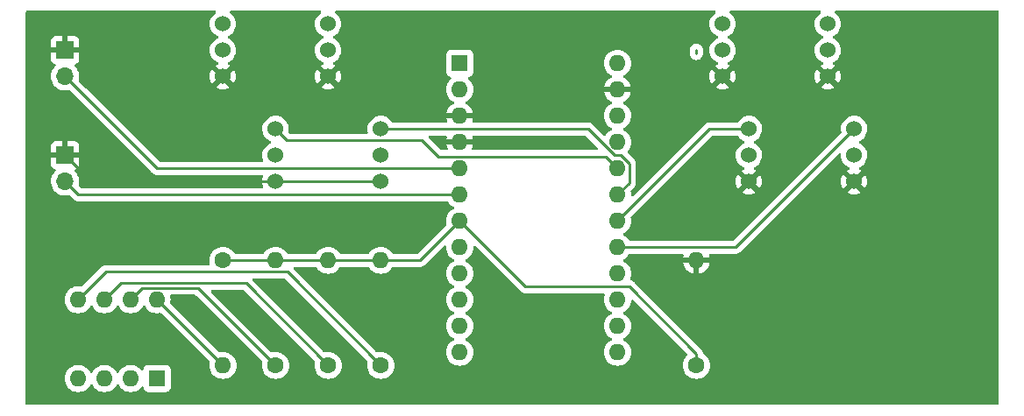
<source format=gbr>
%TF.GenerationSoftware,KiCad,Pcbnew,(6.0.5)*%
%TF.CreationDate,2023-04-11T14:57:44-04:00*%
%TF.ProjectId,Robot Controller PCB,526f626f-7420-4436-9f6e-74726f6c6c65,rev?*%
%TF.SameCoordinates,Original*%
%TF.FileFunction,Copper,L2,Bot*%
%TF.FilePolarity,Positive*%
%FSLAX46Y46*%
G04 Gerber Fmt 4.6, Leading zero omitted, Abs format (unit mm)*
G04 Created by KiCad (PCBNEW (6.0.5)) date 2023-04-11 14:57:44*
%MOMM*%
%LPD*%
G01*
G04 APERTURE LIST*
%TA.AperFunction,ComponentPad*%
%ADD10C,1.524000*%
%TD*%
%TA.AperFunction,ComponentPad*%
%ADD11C,1.600000*%
%TD*%
%TA.AperFunction,ComponentPad*%
%ADD12O,1.600000X1.600000*%
%TD*%
%TA.AperFunction,ComponentPad*%
%ADD13R,1.700000X1.700000*%
%TD*%
%TA.AperFunction,ComponentPad*%
%ADD14O,1.700000X1.700000*%
%TD*%
%TA.AperFunction,ComponentPad*%
%ADD15R,1.600000X1.600000*%
%TD*%
%TA.AperFunction,Conductor*%
%ADD16C,0.250000*%
%TD*%
G04 APERTURE END LIST*
D10*
%TO.P,gnd\u002C led\u002C push,1,Button*%
%TO.N,Net-(U1-Pad11)*%
X93980000Y-96520000D03*
%TO.P,gnd\u002C led\u002C push,2,LED*%
%TO.N,Net-(U1-Pad12)*%
X93980000Y-99060000D03*
%TO.P,gnd\u002C led\u002C push,3,GND*%
%TO.N,GND*%
X93980000Y-101600000D03*
%TD*%
%TO.P,gnd\u002C vcc\u002C dtb,1,DTB*%
%TO.N,Net-(U1-Pad18)*%
X144780000Y-106680000D03*
%TO.P,gnd\u002C vcc\u002C dtb,2,VCC*%
%TO.N,+5V*%
X144780000Y-109220000D03*
%TO.P,gnd\u002C vcc\u002C dtb,3,GND*%
%TO.N,GND*%
X144780000Y-111760000D03*
%TD*%
%TO.P,gnd\u002C led\u002C push,3,GND*%
%TO.N,GND*%
X142240000Y-101600000D03*
%TO.P,gnd\u002C led\u002C push,2,LED*%
%TO.N,Net-(U1-Pad15)*%
X142240000Y-99060000D03*
%TO.P,gnd\u002C led\u002C push,1,Button*%
%TO.N,Net-(U1-Pad16)*%
X142240000Y-96520000D03*
%TD*%
%TO.P,gnd\u002C vcc\u002C dtb,1,DTB*%
%TO.N,Net-(U1-Pad19)*%
X109220000Y-106680000D03*
%TO.P,gnd\u002C vcc\u002C dtb,2,VCC*%
%TO.N,+5V*%
X109220000Y-109220000D03*
%TO.P,gnd\u002C vcc\u002C dtb,3,GND*%
%TO.N,GND*%
X109220000Y-111760000D03*
%TD*%
D11*
%TO.P,R2(20k),1*%
%TO.N,Net-(R2-Pad1)*%
X99060000Y-129540000D03*
D12*
%TO.P,R2(20k),2*%
%TO.N,Net-(R1-Pad1)*%
X99060000Y-119380000D03*
%TD*%
D11*
%TO.P,R5(10k),1*%
%TO.N,Net-(R1-Pad1)*%
X139700000Y-129540000D03*
D12*
%TO.P,R5(10k),2*%
%TO.N,GND*%
X139700000Y-119380000D03*
%TD*%
D11*
%TO.P,R4(80k),1*%
%TO.N,Net-(R4-Pad1)*%
X109220000Y-129540000D03*
D12*
%TO.P,R4(80k),2*%
%TO.N,Net-(R1-Pad1)*%
X109220000Y-119380000D03*
%TD*%
D13*
%TO.P,Toggle,1,1*%
%TO.N,GND*%
X78740000Y-99060000D03*
D14*
%TO.P,Toggle,2,2*%
%TO.N,Net-(SW2-Pad2)*%
X78740000Y-101600000D03*
%TD*%
D12*
%TO.P,Arduino Leonardo ,24,RAW*%
%TO.N,unconnected-(U1-Pad24)*%
X132080000Y-100330000D03*
%TO.P,Arduino Leonardo ,23,GND*%
%TO.N,GND*%
X132080000Y-102870000D03*
%TO.P,Arduino Leonardo ,22,RST*%
%TO.N,unconnected-(U1-Pad22)*%
X132080000Y-105410000D03*
%TO.P,Arduino Leonardo ,21,VCC*%
%TO.N,+5V*%
X132080000Y-107950000D03*
%TO.P,Arduino Leonardo ,20,D21/A3*%
%TO.N,Net-(U1-Pad20)*%
X132080000Y-110490000D03*
%TO.P,Arduino Leonardo ,19,D20/A2*%
%TO.N,Net-(U1-Pad19)*%
X132080000Y-113030000D03*
%TO.P,Arduino Leonardo ,18,D19/A1*%
%TO.N,Net-(U1-Pad18)*%
X132080000Y-115570000D03*
%TO.P,Arduino Leonardo ,17,D18/A0*%
%TO.N,Net-(U1-Pad17)*%
X132080000Y-118110000D03*
%TO.P,Arduino Leonardo ,16,D15*%
%TO.N,Net-(U1-Pad16)*%
X132080000Y-120650000D03*
%TO.P,Arduino Leonardo ,15,D14*%
%TO.N,Net-(U1-Pad15)*%
X132080000Y-123190000D03*
%TO.P,Arduino Leonardo ,14,D16*%
%TO.N,Net-(U1-Pad14)*%
X132080000Y-125730000D03*
%TO.P,Arduino Leonardo ,13,~D10/A10*%
%TO.N,Net-(U1-Pad13)*%
X132080000Y-128270000D03*
%TO.P,Arduino Leonardo ,12,~D9/A9*%
%TO.N,Net-(U1-Pad12)*%
X116840000Y-128270000D03*
%TO.P,Arduino Leonardo ,11,D8/A8*%
%TO.N,Net-(U1-Pad11)*%
X116840000Y-125730000D03*
%TO.P,Arduino Leonardo ,10,D7*%
%TO.N,Net-(U1-Pad10)*%
X116840000Y-123190000D03*
%TO.P,Arduino Leonardo ,9,~D6/A7*%
%TO.N,Net-(U1-Pad9)*%
X116840000Y-120650000D03*
%TO.P,Arduino Leonardo ,8,~D5*%
%TO.N,unconnected-(U1-Pad8)*%
X116840000Y-118110000D03*
%TO.P,Arduino Leonardo ,7,D4/A6*%
%TO.N,Net-(R1-Pad1)*%
X116840000Y-115570000D03*
%TO.P,Arduino Leonardo ,6,~D3*%
%TO.N,Net-(SW3-Pad2)*%
X116840000Y-113030000D03*
%TO.P,Arduino Leonardo ,5,D2*%
%TO.N,Net-(SW2-Pad2)*%
X116840000Y-110490000D03*
%TO.P,Arduino Leonardo ,4,GND*%
%TO.N,GND*%
X116840000Y-107950000D03*
%TO.P,Arduino Leonardo ,3,GND*%
X116840000Y-105410000D03*
%TO.P,Arduino Leonardo ,2,D0/RX*%
%TO.N,unconnected-(U1-Pad2)*%
X116840000Y-102870000D03*
D15*
%TO.P,Arduino Leonardo ,1,D1/TX*%
%TO.N,unconnected-(U1-Pad1)*%
X116840000Y-100330000D03*
%TD*%
D13*
%TO.P,Toggle,1,1*%
%TO.N,GND*%
X78740000Y-109220000D03*
D14*
%TO.P,Toggle,2,2*%
%TO.N,Net-(SW3-Pad2)*%
X78740000Y-111760000D03*
%TD*%
D10*
%TO.P,gnd\u002C vcc\u002C dtb,1,DTB*%
%TO.N,Net-(U1-Pad20)*%
X99060000Y-106680000D03*
%TO.P,gnd\u002C vcc\u002C dtb,2,VCC*%
%TO.N,+5V*%
X99060000Y-109220000D03*
%TO.P,gnd\u002C vcc\u002C dtb,3,GND*%
%TO.N,GND*%
X99060000Y-111760000D03*
%TD*%
%TO.P,gnd\u002C led\u002C push,1,Button*%
%TO.N,Net-(U1-Pad9)*%
X104140000Y-96520000D03*
%TO.P,gnd\u002C led\u002C push,2,LED*%
%TO.N,Net-(U1-Pad10)*%
X104140000Y-99060000D03*
%TO.P,gnd\u002C led\u002C push,3,GND*%
%TO.N,GND*%
X104140000Y-101600000D03*
%TD*%
D11*
%TO.P,R3(40k),1*%
%TO.N,Net-(R3-Pad1)*%
X104140000Y-129540000D03*
D12*
%TO.P,R3(40k),2*%
%TO.N,Net-(R1-Pad1)*%
X104140000Y-119380000D03*
%TD*%
D10*
%TO.P,gnd\u002C vcc\u002C dtb,3,GND*%
%TO.N,GND*%
X154940000Y-111760000D03*
%TO.P,gnd\u002C vcc\u002C dtb,2,VCC*%
%TO.N,+5V*%
X154940000Y-109220000D03*
%TO.P,gnd\u002C vcc\u002C dtb,1,DTB*%
%TO.N,Net-(U1-Pad17)*%
X154940000Y-106680000D03*
%TD*%
%TO.P,gnd\u002C led\u002C push,1,Button*%
%TO.N,Net-(U1-Pad14)*%
X152400000Y-96520000D03*
%TO.P,gnd\u002C led\u002C push,2,LED*%
%TO.N,Net-(U1-Pad13)*%
X152400000Y-99060000D03*
%TO.P,gnd\u002C led\u002C push,3,GND*%
%TO.N,GND*%
X152400000Y-101600000D03*
%TD*%
D11*
%TO.P,R1(10k),1*%
%TO.N,Net-(R1-Pad1)*%
X93980000Y-119380000D03*
D12*
%TO.P,R1(10k),2*%
%TO.N,Net-(R1-Pad2)*%
X93980000Y-129540000D03*
%TD*%
D15*
%TO.P,Dipswitch,1*%
%TO.N,+5V*%
X87620000Y-130800000D03*
D12*
%TO.P,Dipswitch,2*%
X85080000Y-130800000D03*
%TO.P,Dipswitch,3*%
X82540000Y-130800000D03*
%TO.P,Dipswitch,4*%
X80000000Y-130800000D03*
%TO.P,Dipswitch,5*%
%TO.N,Net-(R4-Pad1)*%
X80000000Y-123180000D03*
%TO.P,Dipswitch,6*%
%TO.N,Net-(R3-Pad1)*%
X82540000Y-123180000D03*
%TO.P,Dipswitch,7*%
%TO.N,Net-(R2-Pad1)*%
X85080000Y-123180000D03*
%TO.P,Dipswitch,8*%
%TO.N,Net-(R1-Pad2)*%
X87620000Y-123180000D03*
%TD*%
D16*
%TO.N,Net-(R1-Pad1)*%
X104140000Y-119380000D02*
X109220000Y-119380000D01*
X139700000Y-128408630D02*
X133211370Y-121920000D01*
X139700000Y-129540000D02*
X139700000Y-128408630D01*
X109220000Y-119380000D02*
X113030000Y-119380000D01*
X133211370Y-121920000D02*
X123190000Y-121920000D01*
X99060000Y-119380000D02*
X104140000Y-119380000D01*
X123190000Y-121920000D02*
X116840000Y-115570000D01*
X113030000Y-119380000D02*
X116840000Y-115570000D01*
X93980000Y-119380000D02*
X99060000Y-119380000D01*
%TO.N,Net-(R1-Pad2)*%
X93980000Y-129540000D02*
X87620000Y-123180000D01*
%TO.N,Net-(R2-Pad1)*%
X91575489Y-122055489D02*
X86204511Y-122055489D01*
X99060000Y-129540000D02*
X91575489Y-122055489D01*
X86204511Y-122055489D02*
X85080000Y-123180000D01*
%TO.N,Net-(R3-Pad1)*%
X84114031Y-121605969D02*
X82540000Y-123180000D01*
X96205969Y-121605969D02*
X84114031Y-121605969D01*
X104140000Y-129540000D02*
X96205969Y-121605969D01*
%TO.N,Net-(R4-Pad1)*%
X109220000Y-129540000D02*
X100184511Y-120504511D01*
X100184511Y-120504511D02*
X82675489Y-120504511D01*
X82675489Y-120504511D02*
X80000000Y-123180000D01*
%TO.N,GND*%
X78740000Y-109220000D02*
X81280000Y-111760000D01*
X109220000Y-111760000D02*
X99060000Y-111760000D01*
X81280000Y-111760000D02*
X99060000Y-111760000D01*
%TO.N,Net-(SW2-Pad2)*%
X78740000Y-101600000D02*
X87630000Y-110490000D01*
X87630000Y-110490000D02*
X116840000Y-110490000D01*
%TO.N,Net-(SW3-Pad2)*%
X78740000Y-111760000D02*
X80010000Y-113030000D01*
X80010000Y-113030000D02*
X116840000Y-113030000D01*
%TO.N,Net-(U1-Pad13)*%
X139700000Y-99060000D02*
X139700000Y-99380300D01*
%TO.N,Net-(U1-Pad17)*%
X154940000Y-106680000D02*
X143510000Y-118110000D01*
X143510000Y-118110000D02*
X132080000Y-118110000D01*
%TO.N,Net-(U1-Pad18)*%
X140970000Y-106680000D02*
X132080000Y-115570000D01*
X144780000Y-106680000D02*
X140970000Y-106680000D01*
%TO.N,Net-(U1-Pad19)*%
X132400300Y-109220000D02*
X133204511Y-110024211D01*
X133204511Y-110024211D02*
X133204511Y-111905489D01*
X129219700Y-106680000D02*
X131759700Y-109220000D01*
X131759700Y-109220000D02*
X132400300Y-109220000D01*
X109220000Y-106680000D02*
X129219700Y-106680000D01*
X133204511Y-111905489D02*
X132080000Y-113030000D01*
%TO.N,Net-(U1-Pad20)*%
X100146511Y-107766511D02*
X113213489Y-107766511D01*
X99060000Y-106680000D02*
X100146511Y-107766511D01*
X113213489Y-107766511D02*
X114812467Y-109365489D01*
X114812467Y-109365489D02*
X130955489Y-109365489D01*
X130955489Y-109365489D02*
X132080000Y-110490000D01*
%TD*%
%TA.AperFunction,Conductor*%
%TO.N,GND*%
G36*
X93247199Y-95270002D02*
G01*
X93293692Y-95323658D01*
X93303796Y-95393932D01*
X93274302Y-95458512D01*
X93251349Y-95479213D01*
X93164730Y-95539864D01*
X93164727Y-95539866D01*
X93160219Y-95543023D01*
X93003023Y-95700219D01*
X92875512Y-95882324D01*
X92873189Y-95887306D01*
X92873186Y-95887311D01*
X92783883Y-96078822D01*
X92781560Y-96083804D01*
X92724022Y-96298537D01*
X92704647Y-96520000D01*
X92724022Y-96741463D01*
X92781560Y-96956196D01*
X92783882Y-96961177D01*
X92783883Y-96961178D01*
X92873186Y-97152689D01*
X92873189Y-97152694D01*
X92875512Y-97157676D01*
X93003023Y-97339781D01*
X93160219Y-97496977D01*
X93164727Y-97500134D01*
X93164730Y-97500136D01*
X93240495Y-97553187D01*
X93342323Y-97624488D01*
X93347305Y-97626811D01*
X93347310Y-97626814D01*
X93452373Y-97675805D01*
X93505658Y-97722722D01*
X93525119Y-97790999D01*
X93504577Y-97858959D01*
X93452373Y-97904195D01*
X93347311Y-97953186D01*
X93347306Y-97953189D01*
X93342324Y-97955512D01*
X93337817Y-97958668D01*
X93337815Y-97958669D01*
X93164730Y-98079864D01*
X93164727Y-98079866D01*
X93160219Y-98083023D01*
X93003023Y-98240219D01*
X92875512Y-98422324D01*
X92873189Y-98427306D01*
X92873186Y-98427311D01*
X92784340Y-98617842D01*
X92781560Y-98623804D01*
X92724022Y-98838537D01*
X92704647Y-99060000D01*
X92724022Y-99281463D01*
X92759076Y-99412285D01*
X92778748Y-99485700D01*
X92781560Y-99496196D01*
X92783882Y-99501177D01*
X92783883Y-99501178D01*
X92873186Y-99692689D01*
X92873189Y-99692694D01*
X92875512Y-99697676D01*
X92878668Y-99702183D01*
X92878669Y-99702185D01*
X92997785Y-99872300D01*
X93003023Y-99879781D01*
X93160219Y-100036977D01*
X93164727Y-100040134D01*
X93164730Y-100040136D01*
X93240495Y-100093187D01*
X93342323Y-100164488D01*
X93347305Y-100166811D01*
X93347310Y-100166814D01*
X93452965Y-100216081D01*
X93506250Y-100262998D01*
X93525711Y-100331275D01*
X93505169Y-100399235D01*
X93452965Y-100444471D01*
X93347559Y-100493623D01*
X93338068Y-100499103D01*
X93294235Y-100529794D01*
X93285860Y-100540271D01*
X93292928Y-100553718D01*
X93967188Y-101227978D01*
X93981132Y-101235592D01*
X93982965Y-101235461D01*
X93989580Y-101231210D01*
X94667793Y-100552997D01*
X94674223Y-100541223D01*
X94664926Y-100529207D01*
X94621931Y-100499102D01*
X94612445Y-100493624D01*
X94507035Y-100444471D01*
X94453750Y-100397554D01*
X94434289Y-100329277D01*
X94454831Y-100261317D01*
X94507035Y-100216081D01*
X94612690Y-100166814D01*
X94612695Y-100166811D01*
X94617677Y-100164488D01*
X94719505Y-100093187D01*
X94795270Y-100040136D01*
X94795273Y-100040134D01*
X94799781Y-100036977D01*
X94956977Y-99879781D01*
X94962216Y-99872300D01*
X95081331Y-99702185D01*
X95081332Y-99702183D01*
X95084488Y-99697676D01*
X95086811Y-99692694D01*
X95086814Y-99692689D01*
X95176117Y-99501178D01*
X95176118Y-99501177D01*
X95178440Y-99496196D01*
X95181253Y-99485700D01*
X95200924Y-99412285D01*
X95235978Y-99281463D01*
X95255353Y-99060000D01*
X95235978Y-98838537D01*
X95178440Y-98623804D01*
X95175660Y-98617842D01*
X95086814Y-98427311D01*
X95086811Y-98427306D01*
X95084488Y-98422324D01*
X94956977Y-98240219D01*
X94799781Y-98083023D01*
X94795273Y-98079866D01*
X94795270Y-98079864D01*
X94641147Y-97971946D01*
X94617677Y-97955512D01*
X94612695Y-97953189D01*
X94612690Y-97953186D01*
X94507627Y-97904195D01*
X94454342Y-97857278D01*
X94434881Y-97789001D01*
X94455423Y-97721041D01*
X94507627Y-97675805D01*
X94612690Y-97626814D01*
X94612695Y-97626811D01*
X94617677Y-97624488D01*
X94719505Y-97553187D01*
X94795270Y-97500136D01*
X94795273Y-97500134D01*
X94799781Y-97496977D01*
X94956977Y-97339781D01*
X95084488Y-97157676D01*
X95086811Y-97152694D01*
X95086814Y-97152689D01*
X95176117Y-96961178D01*
X95176118Y-96961177D01*
X95178440Y-96956196D01*
X95235978Y-96741463D01*
X95255353Y-96520000D01*
X95235978Y-96298537D01*
X95178440Y-96083804D01*
X95176117Y-96078822D01*
X95086814Y-95887311D01*
X95086811Y-95887306D01*
X95084488Y-95882324D01*
X94956977Y-95700219D01*
X94799781Y-95543023D01*
X94795273Y-95539866D01*
X94795270Y-95539864D01*
X94708651Y-95479213D01*
X94664323Y-95423756D01*
X94657014Y-95353137D01*
X94689045Y-95289776D01*
X94750246Y-95253791D01*
X94780922Y-95250000D01*
X103339078Y-95250000D01*
X103407199Y-95270002D01*
X103453692Y-95323658D01*
X103463796Y-95393932D01*
X103434302Y-95458512D01*
X103411349Y-95479213D01*
X103324730Y-95539864D01*
X103324727Y-95539866D01*
X103320219Y-95543023D01*
X103163023Y-95700219D01*
X103035512Y-95882324D01*
X103033189Y-95887306D01*
X103033186Y-95887311D01*
X102943883Y-96078822D01*
X102941560Y-96083804D01*
X102884022Y-96298537D01*
X102864647Y-96520000D01*
X102884022Y-96741463D01*
X102941560Y-96956196D01*
X102943882Y-96961177D01*
X102943883Y-96961178D01*
X103033186Y-97152689D01*
X103033189Y-97152694D01*
X103035512Y-97157676D01*
X103163023Y-97339781D01*
X103320219Y-97496977D01*
X103324727Y-97500134D01*
X103324730Y-97500136D01*
X103400495Y-97553187D01*
X103502323Y-97624488D01*
X103507305Y-97626811D01*
X103507310Y-97626814D01*
X103612373Y-97675805D01*
X103665658Y-97722722D01*
X103685119Y-97790999D01*
X103664577Y-97858959D01*
X103612373Y-97904195D01*
X103507311Y-97953186D01*
X103507306Y-97953189D01*
X103502324Y-97955512D01*
X103497817Y-97958668D01*
X103497815Y-97958669D01*
X103324730Y-98079864D01*
X103324727Y-98079866D01*
X103320219Y-98083023D01*
X103163023Y-98240219D01*
X103035512Y-98422324D01*
X103033189Y-98427306D01*
X103033186Y-98427311D01*
X102944340Y-98617842D01*
X102941560Y-98623804D01*
X102884022Y-98838537D01*
X102864647Y-99060000D01*
X102884022Y-99281463D01*
X102919076Y-99412285D01*
X102938748Y-99485700D01*
X102941560Y-99496196D01*
X102943882Y-99501177D01*
X102943883Y-99501178D01*
X103033186Y-99692689D01*
X103033189Y-99692694D01*
X103035512Y-99697676D01*
X103038668Y-99702183D01*
X103038669Y-99702185D01*
X103157785Y-99872300D01*
X103163023Y-99879781D01*
X103320219Y-100036977D01*
X103324727Y-100040134D01*
X103324730Y-100040136D01*
X103400495Y-100093187D01*
X103502323Y-100164488D01*
X103507305Y-100166811D01*
X103507310Y-100166814D01*
X103612965Y-100216081D01*
X103666250Y-100262998D01*
X103685711Y-100331275D01*
X103665169Y-100399235D01*
X103612965Y-100444471D01*
X103507559Y-100493623D01*
X103498068Y-100499103D01*
X103454235Y-100529794D01*
X103445860Y-100540271D01*
X103452928Y-100553718D01*
X104127188Y-101227978D01*
X104141132Y-101235592D01*
X104142965Y-101235461D01*
X104149580Y-101231210D01*
X104827793Y-100552997D01*
X104834223Y-100541223D01*
X104824926Y-100529207D01*
X104781931Y-100499102D01*
X104772445Y-100493624D01*
X104667035Y-100444471D01*
X104613750Y-100397554D01*
X104594289Y-100329277D01*
X104614831Y-100261317D01*
X104667035Y-100216081D01*
X104772690Y-100166814D01*
X104772695Y-100166811D01*
X104777677Y-100164488D01*
X104879505Y-100093187D01*
X104955270Y-100040136D01*
X104955273Y-100040134D01*
X104959781Y-100036977D01*
X105116977Y-99879781D01*
X105122216Y-99872300D01*
X105241331Y-99702185D01*
X105241332Y-99702183D01*
X105244488Y-99697676D01*
X105246811Y-99692694D01*
X105246814Y-99692689D01*
X105336117Y-99501178D01*
X105336118Y-99501177D01*
X105338440Y-99496196D01*
X105341253Y-99485700D01*
X105360924Y-99412285D01*
X105395978Y-99281463D01*
X105415353Y-99060000D01*
X105395978Y-98838537D01*
X105338440Y-98623804D01*
X105335660Y-98617842D01*
X105246814Y-98427311D01*
X105246811Y-98427306D01*
X105244488Y-98422324D01*
X105116977Y-98240219D01*
X104959781Y-98083023D01*
X104955273Y-98079866D01*
X104955270Y-98079864D01*
X104801147Y-97971946D01*
X104777677Y-97955512D01*
X104772695Y-97953189D01*
X104772690Y-97953186D01*
X104667627Y-97904195D01*
X104614342Y-97857278D01*
X104594881Y-97789001D01*
X104615423Y-97721041D01*
X104667627Y-97675805D01*
X104772690Y-97626814D01*
X104772695Y-97626811D01*
X104777677Y-97624488D01*
X104879505Y-97553187D01*
X104955270Y-97500136D01*
X104955273Y-97500134D01*
X104959781Y-97496977D01*
X105116977Y-97339781D01*
X105244488Y-97157676D01*
X105246811Y-97152694D01*
X105246814Y-97152689D01*
X105336117Y-96961178D01*
X105336118Y-96961177D01*
X105338440Y-96956196D01*
X105395978Y-96741463D01*
X105415353Y-96520000D01*
X105395978Y-96298537D01*
X105338440Y-96083804D01*
X105336117Y-96078822D01*
X105246814Y-95887311D01*
X105246811Y-95887306D01*
X105244488Y-95882324D01*
X105116977Y-95700219D01*
X104959781Y-95543023D01*
X104955273Y-95539866D01*
X104955270Y-95539864D01*
X104868651Y-95479213D01*
X104824323Y-95423756D01*
X104817014Y-95353137D01*
X104849045Y-95289776D01*
X104910246Y-95253791D01*
X104940922Y-95250000D01*
X141439078Y-95250000D01*
X141507199Y-95270002D01*
X141553692Y-95323658D01*
X141563796Y-95393932D01*
X141534302Y-95458512D01*
X141511349Y-95479213D01*
X141424730Y-95539864D01*
X141424727Y-95539866D01*
X141420219Y-95543023D01*
X141263023Y-95700219D01*
X141135512Y-95882324D01*
X141133189Y-95887306D01*
X141133186Y-95887311D01*
X141043883Y-96078822D01*
X141041560Y-96083804D01*
X140984022Y-96298537D01*
X140964647Y-96520000D01*
X140984022Y-96741463D01*
X141041560Y-96956196D01*
X141043882Y-96961177D01*
X141043883Y-96961178D01*
X141133186Y-97152689D01*
X141133189Y-97152694D01*
X141135512Y-97157676D01*
X141263023Y-97339781D01*
X141420219Y-97496977D01*
X141424727Y-97500134D01*
X141424730Y-97500136D01*
X141500495Y-97553187D01*
X141602323Y-97624488D01*
X141607305Y-97626811D01*
X141607310Y-97626814D01*
X141712373Y-97675805D01*
X141765658Y-97722722D01*
X141785119Y-97790999D01*
X141764577Y-97858959D01*
X141712373Y-97904195D01*
X141607311Y-97953186D01*
X141607306Y-97953189D01*
X141602324Y-97955512D01*
X141597817Y-97958668D01*
X141597815Y-97958669D01*
X141424730Y-98079864D01*
X141424727Y-98079866D01*
X141420219Y-98083023D01*
X141263023Y-98240219D01*
X141135512Y-98422324D01*
X141133189Y-98427306D01*
X141133186Y-98427311D01*
X141044340Y-98617842D01*
X141041560Y-98623804D01*
X140984022Y-98838537D01*
X140964647Y-99060000D01*
X140984022Y-99281463D01*
X141019076Y-99412285D01*
X141038748Y-99485700D01*
X141041560Y-99496196D01*
X141043882Y-99501177D01*
X141043883Y-99501178D01*
X141133186Y-99692689D01*
X141133189Y-99692694D01*
X141135512Y-99697676D01*
X141138668Y-99702183D01*
X141138669Y-99702185D01*
X141257785Y-99872300D01*
X141263023Y-99879781D01*
X141420219Y-100036977D01*
X141424727Y-100040134D01*
X141424730Y-100040136D01*
X141500495Y-100093187D01*
X141602323Y-100164488D01*
X141607305Y-100166811D01*
X141607310Y-100166814D01*
X141712965Y-100216081D01*
X141766250Y-100262998D01*
X141785711Y-100331275D01*
X141765169Y-100399235D01*
X141712965Y-100444471D01*
X141607559Y-100493623D01*
X141598068Y-100499103D01*
X141554235Y-100529794D01*
X141545860Y-100540271D01*
X141552928Y-100553718D01*
X142227188Y-101227978D01*
X142241132Y-101235592D01*
X142242965Y-101235461D01*
X142249580Y-101231210D01*
X142927793Y-100552997D01*
X142934223Y-100541223D01*
X142924926Y-100529207D01*
X142881931Y-100499102D01*
X142872445Y-100493624D01*
X142767035Y-100444471D01*
X142713750Y-100397554D01*
X142694289Y-100329277D01*
X142714831Y-100261317D01*
X142767035Y-100216081D01*
X142872690Y-100166814D01*
X142872695Y-100166811D01*
X142877677Y-100164488D01*
X142979505Y-100093187D01*
X143055270Y-100040136D01*
X143055273Y-100040134D01*
X143059781Y-100036977D01*
X143216977Y-99879781D01*
X143222216Y-99872300D01*
X143341331Y-99702185D01*
X143341332Y-99702183D01*
X143344488Y-99697676D01*
X143346811Y-99692694D01*
X143346814Y-99692689D01*
X143436117Y-99501178D01*
X143436118Y-99501177D01*
X143438440Y-99496196D01*
X143441253Y-99485700D01*
X143460924Y-99412285D01*
X143495978Y-99281463D01*
X143515353Y-99060000D01*
X143495978Y-98838537D01*
X143438440Y-98623804D01*
X143435660Y-98617842D01*
X143346814Y-98427311D01*
X143346811Y-98427306D01*
X143344488Y-98422324D01*
X143216977Y-98240219D01*
X143059781Y-98083023D01*
X143055273Y-98079866D01*
X143055270Y-98079864D01*
X142901147Y-97971946D01*
X142877677Y-97955512D01*
X142872695Y-97953189D01*
X142872690Y-97953186D01*
X142767627Y-97904195D01*
X142714342Y-97857278D01*
X142694881Y-97789001D01*
X142715423Y-97721041D01*
X142767627Y-97675805D01*
X142872690Y-97626814D01*
X142872695Y-97626811D01*
X142877677Y-97624488D01*
X142979505Y-97553187D01*
X143055270Y-97500136D01*
X143055273Y-97500134D01*
X143059781Y-97496977D01*
X143216977Y-97339781D01*
X143344488Y-97157676D01*
X143346811Y-97152694D01*
X143346814Y-97152689D01*
X143436117Y-96961178D01*
X143436118Y-96961177D01*
X143438440Y-96956196D01*
X143495978Y-96741463D01*
X143515353Y-96520000D01*
X143495978Y-96298537D01*
X143438440Y-96083804D01*
X143436117Y-96078822D01*
X143346814Y-95887311D01*
X143346811Y-95887306D01*
X143344488Y-95882324D01*
X143216977Y-95700219D01*
X143059781Y-95543023D01*
X143055273Y-95539866D01*
X143055270Y-95539864D01*
X142968651Y-95479213D01*
X142924323Y-95423756D01*
X142917014Y-95353137D01*
X142949045Y-95289776D01*
X143010246Y-95253791D01*
X143040922Y-95250000D01*
X151599078Y-95250000D01*
X151667199Y-95270002D01*
X151713692Y-95323658D01*
X151723796Y-95393932D01*
X151694302Y-95458512D01*
X151671349Y-95479213D01*
X151584730Y-95539864D01*
X151584727Y-95539866D01*
X151580219Y-95543023D01*
X151423023Y-95700219D01*
X151295512Y-95882324D01*
X151293189Y-95887306D01*
X151293186Y-95887311D01*
X151203883Y-96078822D01*
X151201560Y-96083804D01*
X151144022Y-96298537D01*
X151124647Y-96520000D01*
X151144022Y-96741463D01*
X151201560Y-96956196D01*
X151203882Y-96961177D01*
X151203883Y-96961178D01*
X151293186Y-97152689D01*
X151293189Y-97152694D01*
X151295512Y-97157676D01*
X151423023Y-97339781D01*
X151580219Y-97496977D01*
X151584727Y-97500134D01*
X151584730Y-97500136D01*
X151660495Y-97553187D01*
X151762323Y-97624488D01*
X151767305Y-97626811D01*
X151767310Y-97626814D01*
X151872373Y-97675805D01*
X151925658Y-97722722D01*
X151945119Y-97790999D01*
X151924577Y-97858959D01*
X151872373Y-97904195D01*
X151767311Y-97953186D01*
X151767306Y-97953189D01*
X151762324Y-97955512D01*
X151757817Y-97958668D01*
X151757815Y-97958669D01*
X151584730Y-98079864D01*
X151584727Y-98079866D01*
X151580219Y-98083023D01*
X151423023Y-98240219D01*
X151295512Y-98422324D01*
X151293189Y-98427306D01*
X151293186Y-98427311D01*
X151204340Y-98617842D01*
X151201560Y-98623804D01*
X151144022Y-98838537D01*
X151124647Y-99060000D01*
X151144022Y-99281463D01*
X151179076Y-99412285D01*
X151198748Y-99485700D01*
X151201560Y-99496196D01*
X151203882Y-99501177D01*
X151203883Y-99501178D01*
X151293186Y-99692689D01*
X151293189Y-99692694D01*
X151295512Y-99697676D01*
X151298668Y-99702183D01*
X151298669Y-99702185D01*
X151417785Y-99872300D01*
X151423023Y-99879781D01*
X151580219Y-100036977D01*
X151584727Y-100040134D01*
X151584730Y-100040136D01*
X151660495Y-100093187D01*
X151762323Y-100164488D01*
X151767305Y-100166811D01*
X151767310Y-100166814D01*
X151872965Y-100216081D01*
X151926250Y-100262998D01*
X151945711Y-100331275D01*
X151925169Y-100399235D01*
X151872965Y-100444471D01*
X151767559Y-100493623D01*
X151758068Y-100499103D01*
X151714235Y-100529794D01*
X151705860Y-100540271D01*
X151712928Y-100553718D01*
X152387188Y-101227978D01*
X152401132Y-101235592D01*
X152402965Y-101235461D01*
X152409580Y-101231210D01*
X153087793Y-100552997D01*
X153094223Y-100541223D01*
X153084926Y-100529207D01*
X153041931Y-100499102D01*
X153032445Y-100493624D01*
X152927035Y-100444471D01*
X152873750Y-100397554D01*
X152854289Y-100329277D01*
X152874831Y-100261317D01*
X152927035Y-100216081D01*
X153032690Y-100166814D01*
X153032695Y-100166811D01*
X153037677Y-100164488D01*
X153139505Y-100093187D01*
X153215270Y-100040136D01*
X153215273Y-100040134D01*
X153219781Y-100036977D01*
X153376977Y-99879781D01*
X153382216Y-99872300D01*
X153501331Y-99702185D01*
X153501332Y-99702183D01*
X153504488Y-99697676D01*
X153506811Y-99692694D01*
X153506814Y-99692689D01*
X153596117Y-99501178D01*
X153596118Y-99501177D01*
X153598440Y-99496196D01*
X153601253Y-99485700D01*
X153620924Y-99412285D01*
X153655978Y-99281463D01*
X153675353Y-99060000D01*
X153655978Y-98838537D01*
X153598440Y-98623804D01*
X153595660Y-98617842D01*
X153506814Y-98427311D01*
X153506811Y-98427306D01*
X153504488Y-98422324D01*
X153376977Y-98240219D01*
X153219781Y-98083023D01*
X153215273Y-98079866D01*
X153215270Y-98079864D01*
X153061147Y-97971946D01*
X153037677Y-97955512D01*
X153032695Y-97953189D01*
X153032690Y-97953186D01*
X152927627Y-97904195D01*
X152874342Y-97857278D01*
X152854881Y-97789001D01*
X152875423Y-97721041D01*
X152927627Y-97675805D01*
X153032690Y-97626814D01*
X153032695Y-97626811D01*
X153037677Y-97624488D01*
X153139505Y-97553187D01*
X153215270Y-97500136D01*
X153215273Y-97500134D01*
X153219781Y-97496977D01*
X153376977Y-97339781D01*
X153504488Y-97157676D01*
X153506811Y-97152694D01*
X153506814Y-97152689D01*
X153596117Y-96961178D01*
X153596118Y-96961177D01*
X153598440Y-96956196D01*
X153655978Y-96741463D01*
X153675353Y-96520000D01*
X153655978Y-96298537D01*
X153598440Y-96083804D01*
X153596117Y-96078822D01*
X153506814Y-95887311D01*
X153506811Y-95887306D01*
X153504488Y-95882324D01*
X153376977Y-95700219D01*
X153219781Y-95543023D01*
X153215273Y-95539866D01*
X153215270Y-95539864D01*
X153128651Y-95479213D01*
X153084323Y-95423756D01*
X153077014Y-95353137D01*
X153109045Y-95289776D01*
X153170246Y-95253791D01*
X153200922Y-95250000D01*
X168784000Y-95250000D01*
X168852121Y-95270002D01*
X168898614Y-95323658D01*
X168910000Y-95376000D01*
X168910000Y-133224000D01*
X168889998Y-133292121D01*
X168836342Y-133338614D01*
X168784000Y-133350000D01*
X75056000Y-133350000D01*
X74987879Y-133329998D01*
X74941386Y-133276342D01*
X74930000Y-133224000D01*
X74930000Y-130800000D01*
X78686502Y-130800000D01*
X78706457Y-131028087D01*
X78765716Y-131249243D01*
X78768039Y-131254224D01*
X78768039Y-131254225D01*
X78860151Y-131451762D01*
X78860154Y-131451767D01*
X78862477Y-131456749D01*
X78993802Y-131644300D01*
X79155700Y-131806198D01*
X79160208Y-131809355D01*
X79160211Y-131809357D01*
X79201542Y-131838297D01*
X79343251Y-131937523D01*
X79348233Y-131939846D01*
X79348238Y-131939849D01*
X79545775Y-132031961D01*
X79550757Y-132034284D01*
X79556065Y-132035706D01*
X79556067Y-132035707D01*
X79766598Y-132092119D01*
X79766600Y-132092119D01*
X79771913Y-132093543D01*
X80000000Y-132113498D01*
X80228087Y-132093543D01*
X80233400Y-132092119D01*
X80233402Y-132092119D01*
X80443933Y-132035707D01*
X80443935Y-132035706D01*
X80449243Y-132034284D01*
X80454225Y-132031961D01*
X80651762Y-131939849D01*
X80651767Y-131939846D01*
X80656749Y-131937523D01*
X80798458Y-131838297D01*
X80839789Y-131809357D01*
X80839792Y-131809355D01*
X80844300Y-131806198D01*
X81006198Y-131644300D01*
X81137523Y-131456749D01*
X81139846Y-131451767D01*
X81139849Y-131451762D01*
X81155805Y-131417543D01*
X81202722Y-131364258D01*
X81270999Y-131344797D01*
X81338959Y-131365339D01*
X81384195Y-131417543D01*
X81400151Y-131451762D01*
X81400154Y-131451767D01*
X81402477Y-131456749D01*
X81533802Y-131644300D01*
X81695700Y-131806198D01*
X81700208Y-131809355D01*
X81700211Y-131809357D01*
X81741542Y-131838297D01*
X81883251Y-131937523D01*
X81888233Y-131939846D01*
X81888238Y-131939849D01*
X82085775Y-132031961D01*
X82090757Y-132034284D01*
X82096065Y-132035706D01*
X82096067Y-132035707D01*
X82306598Y-132092119D01*
X82306600Y-132092119D01*
X82311913Y-132093543D01*
X82540000Y-132113498D01*
X82768087Y-132093543D01*
X82773400Y-132092119D01*
X82773402Y-132092119D01*
X82983933Y-132035707D01*
X82983935Y-132035706D01*
X82989243Y-132034284D01*
X82994225Y-132031961D01*
X83191762Y-131939849D01*
X83191767Y-131939846D01*
X83196749Y-131937523D01*
X83338458Y-131838297D01*
X83379789Y-131809357D01*
X83379792Y-131809355D01*
X83384300Y-131806198D01*
X83546198Y-131644300D01*
X83677523Y-131456749D01*
X83679846Y-131451767D01*
X83679849Y-131451762D01*
X83695805Y-131417543D01*
X83742722Y-131364258D01*
X83810999Y-131344797D01*
X83878959Y-131365339D01*
X83924195Y-131417543D01*
X83940151Y-131451762D01*
X83940154Y-131451767D01*
X83942477Y-131456749D01*
X84073802Y-131644300D01*
X84235700Y-131806198D01*
X84240208Y-131809355D01*
X84240211Y-131809357D01*
X84281542Y-131838297D01*
X84423251Y-131937523D01*
X84428233Y-131939846D01*
X84428238Y-131939849D01*
X84625775Y-132031961D01*
X84630757Y-132034284D01*
X84636065Y-132035706D01*
X84636067Y-132035707D01*
X84846598Y-132092119D01*
X84846600Y-132092119D01*
X84851913Y-132093543D01*
X85080000Y-132113498D01*
X85308087Y-132093543D01*
X85313400Y-132092119D01*
X85313402Y-132092119D01*
X85523933Y-132035707D01*
X85523935Y-132035706D01*
X85529243Y-132034284D01*
X85534225Y-132031961D01*
X85731762Y-131939849D01*
X85731767Y-131939846D01*
X85736749Y-131937523D01*
X85878458Y-131838297D01*
X85919789Y-131809357D01*
X85919792Y-131809355D01*
X85924300Y-131806198D01*
X86086198Y-131644300D01*
X86089357Y-131639789D01*
X86092892Y-131635576D01*
X86094026Y-131636527D01*
X86144071Y-131596529D01*
X86214690Y-131589224D01*
X86278049Y-131621258D01*
X86314030Y-131682462D01*
X86317082Y-131699517D01*
X86318255Y-131710316D01*
X86369385Y-131846705D01*
X86456739Y-131963261D01*
X86573295Y-132050615D01*
X86709684Y-132101745D01*
X86771866Y-132108500D01*
X88468134Y-132108500D01*
X88530316Y-132101745D01*
X88666705Y-132050615D01*
X88783261Y-131963261D01*
X88870615Y-131846705D01*
X88921745Y-131710316D01*
X88928500Y-131648134D01*
X88928500Y-129951866D01*
X88921745Y-129889684D01*
X88870615Y-129753295D01*
X88783261Y-129636739D01*
X88666705Y-129549385D01*
X88530316Y-129498255D01*
X88468134Y-129491500D01*
X86771866Y-129491500D01*
X86709684Y-129498255D01*
X86573295Y-129549385D01*
X86456739Y-129636739D01*
X86369385Y-129753295D01*
X86318255Y-129889684D01*
X86317083Y-129900474D01*
X86316197Y-129902606D01*
X86315575Y-129905222D01*
X86315152Y-129905121D01*
X86289845Y-129966035D01*
X86231483Y-130006463D01*
X86160529Y-130008922D01*
X86099510Y-129972629D01*
X86092511Y-129963969D01*
X86089354Y-129960207D01*
X86086198Y-129955700D01*
X85924300Y-129793802D01*
X85919792Y-129790645D01*
X85919789Y-129790643D01*
X85841611Y-129735902D01*
X85736749Y-129662477D01*
X85731767Y-129660154D01*
X85731762Y-129660151D01*
X85534225Y-129568039D01*
X85534224Y-129568039D01*
X85529243Y-129565716D01*
X85523935Y-129564294D01*
X85523933Y-129564293D01*
X85313402Y-129507881D01*
X85313400Y-129507881D01*
X85308087Y-129506457D01*
X85080000Y-129486502D01*
X84851913Y-129506457D01*
X84846600Y-129507881D01*
X84846598Y-129507881D01*
X84636067Y-129564293D01*
X84636065Y-129564294D01*
X84630757Y-129565716D01*
X84625776Y-129568039D01*
X84625775Y-129568039D01*
X84428238Y-129660151D01*
X84428233Y-129660154D01*
X84423251Y-129662477D01*
X84318389Y-129735902D01*
X84240211Y-129790643D01*
X84240208Y-129790645D01*
X84235700Y-129793802D01*
X84073802Y-129955700D01*
X83942477Y-130143251D01*
X83940154Y-130148233D01*
X83940151Y-130148238D01*
X83924195Y-130182457D01*
X83877278Y-130235742D01*
X83809001Y-130255203D01*
X83741041Y-130234661D01*
X83695805Y-130182457D01*
X83679849Y-130148238D01*
X83679846Y-130148233D01*
X83677523Y-130143251D01*
X83546198Y-129955700D01*
X83384300Y-129793802D01*
X83379792Y-129790645D01*
X83379789Y-129790643D01*
X83301611Y-129735902D01*
X83196749Y-129662477D01*
X83191767Y-129660154D01*
X83191762Y-129660151D01*
X82994225Y-129568039D01*
X82994224Y-129568039D01*
X82989243Y-129565716D01*
X82983935Y-129564294D01*
X82983933Y-129564293D01*
X82773402Y-129507881D01*
X82773400Y-129507881D01*
X82768087Y-129506457D01*
X82540000Y-129486502D01*
X82311913Y-129506457D01*
X82306600Y-129507881D01*
X82306598Y-129507881D01*
X82096067Y-129564293D01*
X82096065Y-129564294D01*
X82090757Y-129565716D01*
X82085776Y-129568039D01*
X82085775Y-129568039D01*
X81888238Y-129660151D01*
X81888233Y-129660154D01*
X81883251Y-129662477D01*
X81778389Y-129735902D01*
X81700211Y-129790643D01*
X81700208Y-129790645D01*
X81695700Y-129793802D01*
X81533802Y-129955700D01*
X81402477Y-130143251D01*
X81400154Y-130148233D01*
X81400151Y-130148238D01*
X81384195Y-130182457D01*
X81337278Y-130235742D01*
X81269001Y-130255203D01*
X81201041Y-130234661D01*
X81155805Y-130182457D01*
X81139849Y-130148238D01*
X81139846Y-130148233D01*
X81137523Y-130143251D01*
X81006198Y-129955700D01*
X80844300Y-129793802D01*
X80839792Y-129790645D01*
X80839789Y-129790643D01*
X80761611Y-129735902D01*
X80656749Y-129662477D01*
X80651767Y-129660154D01*
X80651762Y-129660151D01*
X80454225Y-129568039D01*
X80454224Y-129568039D01*
X80449243Y-129565716D01*
X80443935Y-129564294D01*
X80443933Y-129564293D01*
X80233402Y-129507881D01*
X80233400Y-129507881D01*
X80228087Y-129506457D01*
X80000000Y-129486502D01*
X79771913Y-129506457D01*
X79766600Y-129507881D01*
X79766598Y-129507881D01*
X79556067Y-129564293D01*
X79556065Y-129564294D01*
X79550757Y-129565716D01*
X79545776Y-129568039D01*
X79545775Y-129568039D01*
X79348238Y-129660151D01*
X79348233Y-129660154D01*
X79343251Y-129662477D01*
X79238389Y-129735902D01*
X79160211Y-129790643D01*
X79160208Y-129790645D01*
X79155700Y-129793802D01*
X78993802Y-129955700D01*
X78862477Y-130143251D01*
X78860154Y-130148233D01*
X78860151Y-130148238D01*
X78819852Y-130234661D01*
X78765716Y-130350757D01*
X78764294Y-130356065D01*
X78764293Y-130356067D01*
X78713347Y-130546198D01*
X78706457Y-130571913D01*
X78686502Y-130800000D01*
X74930000Y-130800000D01*
X74930000Y-111726695D01*
X77377251Y-111726695D01*
X77377548Y-111731848D01*
X77377548Y-111731851D01*
X77383011Y-111826590D01*
X77390110Y-111949715D01*
X77391247Y-111954761D01*
X77391248Y-111954767D01*
X77406806Y-112023802D01*
X77439222Y-112167639D01*
X77498264Y-112313044D01*
X77517167Y-112359595D01*
X77523266Y-112374616D01*
X77639987Y-112565088D01*
X77786250Y-112733938D01*
X77958126Y-112876632D01*
X78151000Y-112989338D01*
X78359692Y-113069030D01*
X78364760Y-113070061D01*
X78364763Y-113070062D01*
X78472012Y-113091882D01*
X78578597Y-113113567D01*
X78583772Y-113113757D01*
X78583774Y-113113757D01*
X78796673Y-113121564D01*
X78796677Y-113121564D01*
X78801837Y-113121753D01*
X78806957Y-113121097D01*
X78806959Y-113121097D01*
X79018288Y-113094025D01*
X79018289Y-113094025D01*
X79023416Y-113093368D01*
X79028367Y-113091883D01*
X79028370Y-113091882D01*
X79069829Y-113079444D01*
X79140825Y-113079028D01*
X79195131Y-113111035D01*
X79506343Y-113422247D01*
X79513887Y-113430537D01*
X79518000Y-113437018D01*
X79523777Y-113442443D01*
X79567667Y-113483658D01*
X79570509Y-113486413D01*
X79590230Y-113506134D01*
X79593425Y-113508612D01*
X79602447Y-113516318D01*
X79634679Y-113546586D01*
X79641628Y-113550406D01*
X79652432Y-113556346D01*
X79668956Y-113567199D01*
X79684959Y-113579613D01*
X79725543Y-113597176D01*
X79736173Y-113602383D01*
X79774940Y-113623695D01*
X79782617Y-113625666D01*
X79782622Y-113625668D01*
X79794558Y-113628732D01*
X79813266Y-113635137D01*
X79831855Y-113643181D01*
X79839683Y-113644421D01*
X79839690Y-113644423D01*
X79875524Y-113650099D01*
X79887144Y-113652505D01*
X79922289Y-113661528D01*
X79929970Y-113663500D01*
X79950224Y-113663500D01*
X79969934Y-113665051D01*
X79989943Y-113668220D01*
X79997835Y-113667474D01*
X80033961Y-113664059D01*
X80045819Y-113663500D01*
X115620606Y-113663500D01*
X115688727Y-113683502D01*
X115723819Y-113717229D01*
X115833802Y-113874300D01*
X115995700Y-114036198D01*
X116000208Y-114039355D01*
X116000211Y-114039357D01*
X116078389Y-114094098D01*
X116183251Y-114167523D01*
X116188233Y-114169846D01*
X116188238Y-114169849D01*
X116222457Y-114185805D01*
X116275742Y-114232722D01*
X116295203Y-114300999D01*
X116274661Y-114368959D01*
X116222457Y-114414195D01*
X116188238Y-114430151D01*
X116188233Y-114430154D01*
X116183251Y-114432477D01*
X116078389Y-114505902D01*
X116000211Y-114560643D01*
X116000208Y-114560645D01*
X115995700Y-114563802D01*
X115833802Y-114725700D01*
X115702477Y-114913251D01*
X115700154Y-114918233D01*
X115700151Y-114918238D01*
X115608039Y-115115775D01*
X115605716Y-115120757D01*
X115604294Y-115126065D01*
X115604293Y-115126067D01*
X115547883Y-115336591D01*
X115546457Y-115341913D01*
X115526502Y-115570000D01*
X115546457Y-115798087D01*
X115547880Y-115803398D01*
X115547882Y-115803409D01*
X115563459Y-115861541D01*
X115561770Y-115932517D01*
X115530848Y-115983248D01*
X112804500Y-118709595D01*
X112742188Y-118743621D01*
X112715405Y-118746500D01*
X110439394Y-118746500D01*
X110371273Y-118726498D01*
X110336181Y-118692771D01*
X110229357Y-118540211D01*
X110229355Y-118540208D01*
X110226198Y-118535700D01*
X110064300Y-118373802D01*
X110059792Y-118370645D01*
X110059789Y-118370643D01*
X109981611Y-118315902D01*
X109876749Y-118242477D01*
X109871767Y-118240154D01*
X109871762Y-118240151D01*
X109674225Y-118148039D01*
X109674224Y-118148039D01*
X109669243Y-118145716D01*
X109663935Y-118144294D01*
X109663933Y-118144293D01*
X109453402Y-118087881D01*
X109453400Y-118087881D01*
X109448087Y-118086457D01*
X109220000Y-118066502D01*
X108991913Y-118086457D01*
X108986600Y-118087881D01*
X108986598Y-118087881D01*
X108776067Y-118144293D01*
X108776065Y-118144294D01*
X108770757Y-118145716D01*
X108765776Y-118148039D01*
X108765775Y-118148039D01*
X108568238Y-118240151D01*
X108568233Y-118240154D01*
X108563251Y-118242477D01*
X108458389Y-118315902D01*
X108380211Y-118370643D01*
X108380208Y-118370645D01*
X108375700Y-118373802D01*
X108213802Y-118535700D01*
X108210645Y-118540208D01*
X108210643Y-118540211D01*
X108103819Y-118692771D01*
X108048362Y-118737099D01*
X108000606Y-118746500D01*
X105359394Y-118746500D01*
X105291273Y-118726498D01*
X105256181Y-118692771D01*
X105149357Y-118540211D01*
X105149355Y-118540208D01*
X105146198Y-118535700D01*
X104984300Y-118373802D01*
X104979792Y-118370645D01*
X104979789Y-118370643D01*
X104901611Y-118315902D01*
X104796749Y-118242477D01*
X104791767Y-118240154D01*
X104791762Y-118240151D01*
X104594225Y-118148039D01*
X104594224Y-118148039D01*
X104589243Y-118145716D01*
X104583935Y-118144294D01*
X104583933Y-118144293D01*
X104373402Y-118087881D01*
X104373400Y-118087881D01*
X104368087Y-118086457D01*
X104140000Y-118066502D01*
X103911913Y-118086457D01*
X103906600Y-118087881D01*
X103906598Y-118087881D01*
X103696067Y-118144293D01*
X103696065Y-118144294D01*
X103690757Y-118145716D01*
X103685776Y-118148039D01*
X103685775Y-118148039D01*
X103488238Y-118240151D01*
X103488233Y-118240154D01*
X103483251Y-118242477D01*
X103378389Y-118315902D01*
X103300211Y-118370643D01*
X103300208Y-118370645D01*
X103295700Y-118373802D01*
X103133802Y-118535700D01*
X103130645Y-118540208D01*
X103130643Y-118540211D01*
X103023819Y-118692771D01*
X102968362Y-118737099D01*
X102920606Y-118746500D01*
X100279394Y-118746500D01*
X100211273Y-118726498D01*
X100176181Y-118692771D01*
X100069357Y-118540211D01*
X100069355Y-118540208D01*
X100066198Y-118535700D01*
X99904300Y-118373802D01*
X99899792Y-118370645D01*
X99899789Y-118370643D01*
X99821611Y-118315902D01*
X99716749Y-118242477D01*
X99711767Y-118240154D01*
X99711762Y-118240151D01*
X99514225Y-118148039D01*
X99514224Y-118148039D01*
X99509243Y-118145716D01*
X99503935Y-118144294D01*
X99503933Y-118144293D01*
X99293402Y-118087881D01*
X99293400Y-118087881D01*
X99288087Y-118086457D01*
X99060000Y-118066502D01*
X98831913Y-118086457D01*
X98826600Y-118087881D01*
X98826598Y-118087881D01*
X98616067Y-118144293D01*
X98616065Y-118144294D01*
X98610757Y-118145716D01*
X98605776Y-118148039D01*
X98605775Y-118148039D01*
X98408238Y-118240151D01*
X98408233Y-118240154D01*
X98403251Y-118242477D01*
X98298389Y-118315902D01*
X98220211Y-118370643D01*
X98220208Y-118370645D01*
X98215700Y-118373802D01*
X98053802Y-118535700D01*
X98050645Y-118540208D01*
X98050643Y-118540211D01*
X97943819Y-118692771D01*
X97888362Y-118737099D01*
X97840606Y-118746500D01*
X95199394Y-118746500D01*
X95131273Y-118726498D01*
X95096181Y-118692771D01*
X94989357Y-118540211D01*
X94989355Y-118540208D01*
X94986198Y-118535700D01*
X94824300Y-118373802D01*
X94819792Y-118370645D01*
X94819789Y-118370643D01*
X94741611Y-118315902D01*
X94636749Y-118242477D01*
X94631767Y-118240154D01*
X94631762Y-118240151D01*
X94434225Y-118148039D01*
X94434224Y-118148039D01*
X94429243Y-118145716D01*
X94423935Y-118144294D01*
X94423933Y-118144293D01*
X94213402Y-118087881D01*
X94213400Y-118087881D01*
X94208087Y-118086457D01*
X93980000Y-118066502D01*
X93751913Y-118086457D01*
X93746600Y-118087881D01*
X93746598Y-118087881D01*
X93536067Y-118144293D01*
X93536065Y-118144294D01*
X93530757Y-118145716D01*
X93525776Y-118148039D01*
X93525775Y-118148039D01*
X93328238Y-118240151D01*
X93328233Y-118240154D01*
X93323251Y-118242477D01*
X93218389Y-118315902D01*
X93140211Y-118370643D01*
X93140208Y-118370645D01*
X93135700Y-118373802D01*
X92973802Y-118535700D01*
X92970645Y-118540208D01*
X92970643Y-118540211D01*
X92950229Y-118569366D01*
X92842477Y-118723251D01*
X92840154Y-118728233D01*
X92840151Y-118728238D01*
X92750386Y-118920742D01*
X92745716Y-118930757D01*
X92744294Y-118936065D01*
X92744293Y-118936067D01*
X92738363Y-118958197D01*
X92686457Y-119151913D01*
X92666502Y-119380000D01*
X92686457Y-119608087D01*
X92714408Y-119712399D01*
X92712718Y-119783376D01*
X92672924Y-119842172D01*
X92607660Y-119870120D01*
X92592701Y-119871011D01*
X82754256Y-119871011D01*
X82743073Y-119870484D01*
X82735580Y-119868809D01*
X82727654Y-119869058D01*
X82727653Y-119869058D01*
X82667490Y-119870949D01*
X82663532Y-119871011D01*
X82635633Y-119871011D01*
X82631643Y-119871515D01*
X82619809Y-119872447D01*
X82575600Y-119873837D01*
X82567986Y-119876049D01*
X82567981Y-119876050D01*
X82556148Y-119879488D01*
X82536785Y-119883499D01*
X82516692Y-119886037D01*
X82509325Y-119888954D01*
X82509320Y-119888955D01*
X82475581Y-119902313D01*
X82464354Y-119906157D01*
X82421896Y-119918493D01*
X82415070Y-119922530D01*
X82404461Y-119928804D01*
X82386713Y-119937499D01*
X82367872Y-119944959D01*
X82361456Y-119949621D01*
X82361455Y-119949621D01*
X82332102Y-119970947D01*
X82322182Y-119977463D01*
X82290954Y-119995931D01*
X82290951Y-119995933D01*
X82284127Y-119999969D01*
X82269806Y-120014290D01*
X82254773Y-120027130D01*
X82238382Y-120039039D01*
X82233331Y-120045145D01*
X82210191Y-120073116D01*
X82202201Y-120081895D01*
X80413248Y-121870848D01*
X80350936Y-121904874D01*
X80291541Y-121903459D01*
X80233409Y-121887882D01*
X80233398Y-121887880D01*
X80228087Y-121886457D01*
X80000000Y-121866502D01*
X79771913Y-121886457D01*
X79766600Y-121887881D01*
X79766598Y-121887881D01*
X79556067Y-121944293D01*
X79556065Y-121944294D01*
X79550757Y-121945716D01*
X79545776Y-121948039D01*
X79545775Y-121948039D01*
X79348238Y-122040151D01*
X79348233Y-122040154D01*
X79343251Y-122042477D01*
X79328970Y-122052477D01*
X79160211Y-122170643D01*
X79160208Y-122170645D01*
X79155700Y-122173802D01*
X78993802Y-122335700D01*
X78990645Y-122340208D01*
X78990643Y-122340211D01*
X78944353Y-122406320D01*
X78862477Y-122523251D01*
X78860154Y-122528233D01*
X78860151Y-122528238D01*
X78771745Y-122717828D01*
X78765716Y-122730757D01*
X78764294Y-122736065D01*
X78764293Y-122736067D01*
X78730000Y-122864050D01*
X78706457Y-122951913D01*
X78686502Y-123180000D01*
X78706457Y-123408087D01*
X78707880Y-123413398D01*
X78707881Y-123413402D01*
X78723460Y-123471541D01*
X78765716Y-123629243D01*
X78768039Y-123634224D01*
X78768039Y-123634225D01*
X78860151Y-123831762D01*
X78860154Y-123831767D01*
X78862477Y-123836749D01*
X78993802Y-124024300D01*
X79155700Y-124186198D01*
X79160208Y-124189355D01*
X79160211Y-124189357D01*
X79169981Y-124196198D01*
X79343251Y-124317523D01*
X79348233Y-124319846D01*
X79348238Y-124319849D01*
X79545775Y-124411961D01*
X79550757Y-124414284D01*
X79556065Y-124415706D01*
X79556067Y-124415707D01*
X79766598Y-124472119D01*
X79766600Y-124472119D01*
X79771913Y-124473543D01*
X80000000Y-124493498D01*
X80228087Y-124473543D01*
X80233400Y-124472119D01*
X80233402Y-124472119D01*
X80443933Y-124415707D01*
X80443935Y-124415706D01*
X80449243Y-124414284D01*
X80454225Y-124411961D01*
X80651762Y-124319849D01*
X80651767Y-124319846D01*
X80656749Y-124317523D01*
X80830019Y-124196198D01*
X80839789Y-124189357D01*
X80839792Y-124189355D01*
X80844300Y-124186198D01*
X81006198Y-124024300D01*
X81137523Y-123836749D01*
X81139846Y-123831767D01*
X81139849Y-123831762D01*
X81155805Y-123797543D01*
X81202722Y-123744258D01*
X81270999Y-123724797D01*
X81338959Y-123745339D01*
X81384195Y-123797543D01*
X81400151Y-123831762D01*
X81400154Y-123831767D01*
X81402477Y-123836749D01*
X81533802Y-124024300D01*
X81695700Y-124186198D01*
X81700208Y-124189355D01*
X81700211Y-124189357D01*
X81709981Y-124196198D01*
X81883251Y-124317523D01*
X81888233Y-124319846D01*
X81888238Y-124319849D01*
X82085775Y-124411961D01*
X82090757Y-124414284D01*
X82096065Y-124415706D01*
X82096067Y-124415707D01*
X82306598Y-124472119D01*
X82306600Y-124472119D01*
X82311913Y-124473543D01*
X82540000Y-124493498D01*
X82768087Y-124473543D01*
X82773400Y-124472119D01*
X82773402Y-124472119D01*
X82983933Y-124415707D01*
X82983935Y-124415706D01*
X82989243Y-124414284D01*
X82994225Y-124411961D01*
X83191762Y-124319849D01*
X83191767Y-124319846D01*
X83196749Y-124317523D01*
X83370019Y-124196198D01*
X83379789Y-124189357D01*
X83379792Y-124189355D01*
X83384300Y-124186198D01*
X83546198Y-124024300D01*
X83677523Y-123836749D01*
X83679846Y-123831767D01*
X83679849Y-123831762D01*
X83695805Y-123797543D01*
X83742722Y-123744258D01*
X83810999Y-123724797D01*
X83878959Y-123745339D01*
X83924195Y-123797543D01*
X83940151Y-123831762D01*
X83940154Y-123831767D01*
X83942477Y-123836749D01*
X84073802Y-124024300D01*
X84235700Y-124186198D01*
X84240208Y-124189355D01*
X84240211Y-124189357D01*
X84249981Y-124196198D01*
X84423251Y-124317523D01*
X84428233Y-124319846D01*
X84428238Y-124319849D01*
X84625775Y-124411961D01*
X84630757Y-124414284D01*
X84636065Y-124415706D01*
X84636067Y-124415707D01*
X84846598Y-124472119D01*
X84846600Y-124472119D01*
X84851913Y-124473543D01*
X85080000Y-124493498D01*
X85308087Y-124473543D01*
X85313400Y-124472119D01*
X85313402Y-124472119D01*
X85523933Y-124415707D01*
X85523935Y-124415706D01*
X85529243Y-124414284D01*
X85534225Y-124411961D01*
X85731762Y-124319849D01*
X85731767Y-124319846D01*
X85736749Y-124317523D01*
X85910019Y-124196198D01*
X85919789Y-124189357D01*
X85919792Y-124189355D01*
X85924300Y-124186198D01*
X86086198Y-124024300D01*
X86217523Y-123836749D01*
X86219846Y-123831767D01*
X86219849Y-123831762D01*
X86235805Y-123797543D01*
X86282722Y-123744258D01*
X86350999Y-123724797D01*
X86418959Y-123745339D01*
X86464195Y-123797543D01*
X86480151Y-123831762D01*
X86480154Y-123831767D01*
X86482477Y-123836749D01*
X86613802Y-124024300D01*
X86775700Y-124186198D01*
X86780208Y-124189355D01*
X86780211Y-124189357D01*
X86789981Y-124196198D01*
X86963251Y-124317523D01*
X86968233Y-124319846D01*
X86968238Y-124319849D01*
X87165775Y-124411961D01*
X87170757Y-124414284D01*
X87176065Y-124415706D01*
X87176067Y-124415707D01*
X87386598Y-124472119D01*
X87386600Y-124472119D01*
X87391913Y-124473543D01*
X87620000Y-124493498D01*
X87848087Y-124473543D01*
X87853398Y-124472120D01*
X87853409Y-124472118D01*
X87911541Y-124456541D01*
X87982517Y-124458230D01*
X88033248Y-124489152D01*
X92670848Y-129126752D01*
X92704874Y-129189064D01*
X92703459Y-129248459D01*
X92687882Y-129306591D01*
X92687881Y-129306598D01*
X92686457Y-129311913D01*
X92666502Y-129540000D01*
X92686457Y-129768087D01*
X92687881Y-129773400D01*
X92687881Y-129773402D01*
X92734791Y-129948469D01*
X92745716Y-129989243D01*
X92748039Y-129994224D01*
X92748039Y-129994225D01*
X92840151Y-130191762D01*
X92840154Y-130191767D01*
X92842477Y-130196749D01*
X92883407Y-130255203D01*
X92946135Y-130344787D01*
X92973802Y-130384300D01*
X93135700Y-130546198D01*
X93140208Y-130549355D01*
X93140211Y-130549357D01*
X93180251Y-130577393D01*
X93323251Y-130677523D01*
X93328233Y-130679846D01*
X93328238Y-130679849D01*
X93525775Y-130771961D01*
X93530757Y-130774284D01*
X93536065Y-130775706D01*
X93536067Y-130775707D01*
X93746598Y-130832119D01*
X93746600Y-130832119D01*
X93751913Y-130833543D01*
X93980000Y-130853498D01*
X94208087Y-130833543D01*
X94213400Y-130832119D01*
X94213402Y-130832119D01*
X94423933Y-130775707D01*
X94423935Y-130775706D01*
X94429243Y-130774284D01*
X94434225Y-130771961D01*
X94631762Y-130679849D01*
X94631767Y-130679846D01*
X94636749Y-130677523D01*
X94779749Y-130577393D01*
X94819789Y-130549357D01*
X94819792Y-130549355D01*
X94824300Y-130546198D01*
X94986198Y-130384300D01*
X95013866Y-130344787D01*
X95076593Y-130255203D01*
X95117523Y-130196749D01*
X95119846Y-130191767D01*
X95119849Y-130191762D01*
X95211961Y-129994225D01*
X95211961Y-129994224D01*
X95214284Y-129989243D01*
X95225210Y-129948469D01*
X95272119Y-129773402D01*
X95272119Y-129773400D01*
X95273543Y-129768087D01*
X95293498Y-129540000D01*
X95273543Y-129311913D01*
X95262929Y-129272301D01*
X95215707Y-129096067D01*
X95215706Y-129096065D01*
X95214284Y-129090757D01*
X95211961Y-129085775D01*
X95119849Y-128888238D01*
X95119846Y-128888233D01*
X95117523Y-128883251D01*
X95044098Y-128778389D01*
X94989357Y-128700211D01*
X94989355Y-128700208D01*
X94986198Y-128695700D01*
X94824300Y-128533802D01*
X94819792Y-128530645D01*
X94819789Y-128530643D01*
X94733517Y-128470235D01*
X94636749Y-128402477D01*
X94631767Y-128400154D01*
X94631762Y-128400151D01*
X94434225Y-128308039D01*
X94434224Y-128308039D01*
X94429243Y-128305716D01*
X94423935Y-128304294D01*
X94423933Y-128304293D01*
X94213402Y-128247881D01*
X94213400Y-128247881D01*
X94208087Y-128246457D01*
X93980000Y-128226502D01*
X93751913Y-128246457D01*
X93688458Y-128263460D01*
X93617482Y-128261770D01*
X93566753Y-128230848D01*
X88929152Y-123593247D01*
X88895126Y-123530935D01*
X88896540Y-123471541D01*
X88913543Y-123408087D01*
X88933498Y-123180000D01*
X88913543Y-122951913D01*
X88885592Y-122847599D01*
X88887282Y-122776624D01*
X88927076Y-122717828D01*
X88992340Y-122689880D01*
X89007299Y-122688989D01*
X91260895Y-122688989D01*
X91329016Y-122708991D01*
X91349990Y-122725894D01*
X97750848Y-129126752D01*
X97784874Y-129189064D01*
X97783459Y-129248459D01*
X97767882Y-129306591D01*
X97767881Y-129306598D01*
X97766457Y-129311913D01*
X97746502Y-129540000D01*
X97766457Y-129768087D01*
X97767881Y-129773400D01*
X97767881Y-129773402D01*
X97814791Y-129948469D01*
X97825716Y-129989243D01*
X97828039Y-129994224D01*
X97828039Y-129994225D01*
X97920151Y-130191762D01*
X97920154Y-130191767D01*
X97922477Y-130196749D01*
X97963407Y-130255203D01*
X98026135Y-130344787D01*
X98053802Y-130384300D01*
X98215700Y-130546198D01*
X98220208Y-130549355D01*
X98220211Y-130549357D01*
X98260251Y-130577393D01*
X98403251Y-130677523D01*
X98408233Y-130679846D01*
X98408238Y-130679849D01*
X98605775Y-130771961D01*
X98610757Y-130774284D01*
X98616065Y-130775706D01*
X98616067Y-130775707D01*
X98826598Y-130832119D01*
X98826600Y-130832119D01*
X98831913Y-130833543D01*
X99060000Y-130853498D01*
X99288087Y-130833543D01*
X99293400Y-130832119D01*
X99293402Y-130832119D01*
X99503933Y-130775707D01*
X99503935Y-130775706D01*
X99509243Y-130774284D01*
X99514225Y-130771961D01*
X99711762Y-130679849D01*
X99711767Y-130679846D01*
X99716749Y-130677523D01*
X99859749Y-130577393D01*
X99899789Y-130549357D01*
X99899792Y-130549355D01*
X99904300Y-130546198D01*
X100066198Y-130384300D01*
X100093866Y-130344787D01*
X100156593Y-130255203D01*
X100197523Y-130196749D01*
X100199846Y-130191767D01*
X100199849Y-130191762D01*
X100291961Y-129994225D01*
X100291961Y-129994224D01*
X100294284Y-129989243D01*
X100305210Y-129948469D01*
X100352119Y-129773402D01*
X100352119Y-129773400D01*
X100353543Y-129768087D01*
X100373498Y-129540000D01*
X100353543Y-129311913D01*
X100342929Y-129272301D01*
X100295707Y-129096067D01*
X100295706Y-129096065D01*
X100294284Y-129090757D01*
X100291961Y-129085775D01*
X100199849Y-128888238D01*
X100199846Y-128888233D01*
X100197523Y-128883251D01*
X100124098Y-128778389D01*
X100069357Y-128700211D01*
X100069355Y-128700208D01*
X100066198Y-128695700D01*
X99904300Y-128533802D01*
X99899792Y-128530645D01*
X99899789Y-128530643D01*
X99813517Y-128470235D01*
X99716749Y-128402477D01*
X99711767Y-128400154D01*
X99711762Y-128400151D01*
X99514225Y-128308039D01*
X99514224Y-128308039D01*
X99509243Y-128305716D01*
X99503935Y-128304294D01*
X99503933Y-128304293D01*
X99293402Y-128247881D01*
X99293400Y-128247881D01*
X99288087Y-128246457D01*
X99060000Y-128226502D01*
X98831913Y-128246457D01*
X98826602Y-128247880D01*
X98826591Y-128247882D01*
X98768459Y-128263459D01*
X98697483Y-128261770D01*
X98646752Y-128230848D01*
X92870469Y-122454564D01*
X92836443Y-122392252D01*
X92841508Y-122321437D01*
X92884055Y-122264601D01*
X92950575Y-122239790D01*
X92959564Y-122239469D01*
X95891375Y-122239469D01*
X95959496Y-122259471D01*
X95980470Y-122276374D01*
X102830848Y-129126752D01*
X102864874Y-129189064D01*
X102863459Y-129248459D01*
X102847882Y-129306591D01*
X102847881Y-129306598D01*
X102846457Y-129311913D01*
X102826502Y-129540000D01*
X102846457Y-129768087D01*
X102847881Y-129773400D01*
X102847881Y-129773402D01*
X102894791Y-129948469D01*
X102905716Y-129989243D01*
X102908039Y-129994224D01*
X102908039Y-129994225D01*
X103000151Y-130191762D01*
X103000154Y-130191767D01*
X103002477Y-130196749D01*
X103043407Y-130255203D01*
X103106135Y-130344787D01*
X103133802Y-130384300D01*
X103295700Y-130546198D01*
X103300208Y-130549355D01*
X103300211Y-130549357D01*
X103340251Y-130577393D01*
X103483251Y-130677523D01*
X103488233Y-130679846D01*
X103488238Y-130679849D01*
X103685775Y-130771961D01*
X103690757Y-130774284D01*
X103696065Y-130775706D01*
X103696067Y-130775707D01*
X103906598Y-130832119D01*
X103906600Y-130832119D01*
X103911913Y-130833543D01*
X104140000Y-130853498D01*
X104368087Y-130833543D01*
X104373400Y-130832119D01*
X104373402Y-130832119D01*
X104583933Y-130775707D01*
X104583935Y-130775706D01*
X104589243Y-130774284D01*
X104594225Y-130771961D01*
X104791762Y-130679849D01*
X104791767Y-130679846D01*
X104796749Y-130677523D01*
X104939749Y-130577393D01*
X104979789Y-130549357D01*
X104979792Y-130549355D01*
X104984300Y-130546198D01*
X105146198Y-130384300D01*
X105173866Y-130344787D01*
X105236593Y-130255203D01*
X105277523Y-130196749D01*
X105279846Y-130191767D01*
X105279849Y-130191762D01*
X105371961Y-129994225D01*
X105371961Y-129994224D01*
X105374284Y-129989243D01*
X105385210Y-129948469D01*
X105432119Y-129773402D01*
X105432119Y-129773400D01*
X105433543Y-129768087D01*
X105453498Y-129540000D01*
X105433543Y-129311913D01*
X105422929Y-129272301D01*
X105375707Y-129096067D01*
X105375706Y-129096065D01*
X105374284Y-129090757D01*
X105371961Y-129085775D01*
X105279849Y-128888238D01*
X105279846Y-128888233D01*
X105277523Y-128883251D01*
X105204098Y-128778389D01*
X105149357Y-128700211D01*
X105149355Y-128700208D01*
X105146198Y-128695700D01*
X104984300Y-128533802D01*
X104979792Y-128530645D01*
X104979789Y-128530643D01*
X104893517Y-128470235D01*
X104796749Y-128402477D01*
X104791767Y-128400154D01*
X104791762Y-128400151D01*
X104594225Y-128308039D01*
X104594224Y-128308039D01*
X104589243Y-128305716D01*
X104583935Y-128304294D01*
X104583933Y-128304293D01*
X104373402Y-128247881D01*
X104373400Y-128247881D01*
X104368087Y-128246457D01*
X104140000Y-128226502D01*
X103911913Y-128246457D01*
X103848458Y-128263460D01*
X103777482Y-128261770D01*
X103726753Y-128230848D01*
X96849011Y-121353106D01*
X96814985Y-121290794D01*
X96820050Y-121219979D01*
X96862597Y-121163143D01*
X96929117Y-121138332D01*
X96938106Y-121138011D01*
X99869917Y-121138011D01*
X99938038Y-121158013D01*
X99959012Y-121174916D01*
X107910848Y-129126752D01*
X107944874Y-129189064D01*
X107943459Y-129248459D01*
X107927882Y-129306591D01*
X107927881Y-129306598D01*
X107926457Y-129311913D01*
X107906502Y-129540000D01*
X107926457Y-129768087D01*
X107927881Y-129773400D01*
X107927881Y-129773402D01*
X107974791Y-129948469D01*
X107985716Y-129989243D01*
X107988039Y-129994224D01*
X107988039Y-129994225D01*
X108080151Y-130191762D01*
X108080154Y-130191767D01*
X108082477Y-130196749D01*
X108123407Y-130255203D01*
X108186135Y-130344787D01*
X108213802Y-130384300D01*
X108375700Y-130546198D01*
X108380208Y-130549355D01*
X108380211Y-130549357D01*
X108420251Y-130577393D01*
X108563251Y-130677523D01*
X108568233Y-130679846D01*
X108568238Y-130679849D01*
X108765775Y-130771961D01*
X108770757Y-130774284D01*
X108776065Y-130775706D01*
X108776067Y-130775707D01*
X108986598Y-130832119D01*
X108986600Y-130832119D01*
X108991913Y-130833543D01*
X109220000Y-130853498D01*
X109448087Y-130833543D01*
X109453400Y-130832119D01*
X109453402Y-130832119D01*
X109663933Y-130775707D01*
X109663935Y-130775706D01*
X109669243Y-130774284D01*
X109674225Y-130771961D01*
X109871762Y-130679849D01*
X109871767Y-130679846D01*
X109876749Y-130677523D01*
X110019749Y-130577393D01*
X110059789Y-130549357D01*
X110059792Y-130549355D01*
X110064300Y-130546198D01*
X110226198Y-130384300D01*
X110253866Y-130344787D01*
X110316593Y-130255203D01*
X110357523Y-130196749D01*
X110359846Y-130191767D01*
X110359849Y-130191762D01*
X110451961Y-129994225D01*
X110451961Y-129994224D01*
X110454284Y-129989243D01*
X110465210Y-129948469D01*
X110512119Y-129773402D01*
X110512119Y-129773400D01*
X110513543Y-129768087D01*
X110533498Y-129540000D01*
X110513543Y-129311913D01*
X110502929Y-129272301D01*
X110455707Y-129096067D01*
X110455706Y-129096065D01*
X110454284Y-129090757D01*
X110451961Y-129085775D01*
X110359849Y-128888238D01*
X110359846Y-128888233D01*
X110357523Y-128883251D01*
X110284098Y-128778389D01*
X110229357Y-128700211D01*
X110229355Y-128700208D01*
X110226198Y-128695700D01*
X110064300Y-128533802D01*
X110059792Y-128530645D01*
X110059789Y-128530643D01*
X109973517Y-128470235D01*
X109876749Y-128402477D01*
X109871767Y-128400154D01*
X109871762Y-128400151D01*
X109674225Y-128308039D01*
X109674224Y-128308039D01*
X109669243Y-128305716D01*
X109663935Y-128304294D01*
X109663933Y-128304293D01*
X109453402Y-128247881D01*
X109453400Y-128247881D01*
X109448087Y-128246457D01*
X109220000Y-128226502D01*
X108991913Y-128246457D01*
X108986602Y-128247880D01*
X108986591Y-128247882D01*
X108928459Y-128263459D01*
X108857483Y-128261770D01*
X108806752Y-128230848D01*
X100804500Y-120228595D01*
X100770474Y-120166283D01*
X100775539Y-120095468D01*
X100818086Y-120038632D01*
X100884606Y-120013821D01*
X100893595Y-120013500D01*
X102920606Y-120013500D01*
X102988727Y-120033502D01*
X103023819Y-120067229D01*
X103117317Y-120200757D01*
X103133802Y-120224300D01*
X103295700Y-120386198D01*
X103300208Y-120389355D01*
X103300211Y-120389357D01*
X103346706Y-120421913D01*
X103483251Y-120517523D01*
X103488233Y-120519846D01*
X103488238Y-120519849D01*
X103684765Y-120611490D01*
X103690757Y-120614284D01*
X103696065Y-120615706D01*
X103696067Y-120615707D01*
X103906598Y-120672119D01*
X103906600Y-120672119D01*
X103911913Y-120673543D01*
X104140000Y-120693498D01*
X104368087Y-120673543D01*
X104373400Y-120672119D01*
X104373402Y-120672119D01*
X104583933Y-120615707D01*
X104583935Y-120615706D01*
X104589243Y-120614284D01*
X104595235Y-120611490D01*
X104791762Y-120519849D01*
X104791767Y-120519846D01*
X104796749Y-120517523D01*
X104933294Y-120421913D01*
X104979789Y-120389357D01*
X104979792Y-120389355D01*
X104984300Y-120386198D01*
X105146198Y-120224300D01*
X105162683Y-120200757D01*
X105256181Y-120067229D01*
X105311638Y-120022901D01*
X105359394Y-120013500D01*
X108000606Y-120013500D01*
X108068727Y-120033502D01*
X108103819Y-120067229D01*
X108197317Y-120200757D01*
X108213802Y-120224300D01*
X108375700Y-120386198D01*
X108380208Y-120389355D01*
X108380211Y-120389357D01*
X108426706Y-120421913D01*
X108563251Y-120517523D01*
X108568233Y-120519846D01*
X108568238Y-120519849D01*
X108764765Y-120611490D01*
X108770757Y-120614284D01*
X108776065Y-120615706D01*
X108776067Y-120615707D01*
X108986598Y-120672119D01*
X108986600Y-120672119D01*
X108991913Y-120673543D01*
X109220000Y-120693498D01*
X109448087Y-120673543D01*
X109453400Y-120672119D01*
X109453402Y-120672119D01*
X109663933Y-120615707D01*
X109663935Y-120615706D01*
X109669243Y-120614284D01*
X109675235Y-120611490D01*
X109871762Y-120519849D01*
X109871767Y-120519846D01*
X109876749Y-120517523D01*
X110013294Y-120421913D01*
X110059789Y-120389357D01*
X110059792Y-120389355D01*
X110064300Y-120386198D01*
X110226198Y-120224300D01*
X110242683Y-120200757D01*
X110336181Y-120067229D01*
X110391638Y-120022901D01*
X110439394Y-120013500D01*
X112951233Y-120013500D01*
X112962416Y-120014027D01*
X112969909Y-120015702D01*
X112977835Y-120015453D01*
X112977836Y-120015453D01*
X113037986Y-120013562D01*
X113041945Y-120013500D01*
X113069856Y-120013500D01*
X113073791Y-120013003D01*
X113073856Y-120012995D01*
X113085693Y-120012062D01*
X113117951Y-120011048D01*
X113121970Y-120010922D01*
X113129889Y-120010673D01*
X113149343Y-120005021D01*
X113168700Y-120001013D01*
X113180930Y-119999468D01*
X113180931Y-119999468D01*
X113188797Y-119998474D01*
X113196168Y-119995555D01*
X113196170Y-119995555D01*
X113229912Y-119982196D01*
X113241142Y-119978351D01*
X113275983Y-119968229D01*
X113275984Y-119968229D01*
X113283593Y-119966018D01*
X113290412Y-119961985D01*
X113290417Y-119961983D01*
X113301028Y-119955707D01*
X113318776Y-119947012D01*
X113337617Y-119939552D01*
X113373387Y-119913564D01*
X113383307Y-119907048D01*
X113414535Y-119888580D01*
X113414538Y-119888578D01*
X113421362Y-119884542D01*
X113435683Y-119870221D01*
X113450717Y-119857380D01*
X113460694Y-119850131D01*
X113467107Y-119845472D01*
X113495298Y-119811395D01*
X113503288Y-119802616D01*
X115313411Y-117992493D01*
X115375723Y-117958467D01*
X115446538Y-117963532D01*
X115503374Y-118006079D01*
X115528185Y-118072599D01*
X115528026Y-118092570D01*
X115526981Y-118104514D01*
X115526981Y-118104525D01*
X115526502Y-118110000D01*
X115546457Y-118338087D01*
X115547881Y-118343400D01*
X115547881Y-118343402D01*
X115600934Y-118541395D01*
X115605716Y-118559243D01*
X115608039Y-118564224D01*
X115608039Y-118564225D01*
X115700151Y-118761762D01*
X115700154Y-118761767D01*
X115702477Y-118766749D01*
X115737774Y-118817158D01*
X115821156Y-118936239D01*
X115833802Y-118954300D01*
X115995700Y-119116198D01*
X116000208Y-119119355D01*
X116000211Y-119119357D01*
X116046706Y-119151913D01*
X116183251Y-119247523D01*
X116188233Y-119249846D01*
X116188238Y-119249849D01*
X116222457Y-119265805D01*
X116275742Y-119312722D01*
X116295203Y-119380999D01*
X116274661Y-119448959D01*
X116222457Y-119494195D01*
X116188238Y-119510151D01*
X116188233Y-119510154D01*
X116183251Y-119512477D01*
X116078389Y-119585902D01*
X116000211Y-119640643D01*
X116000208Y-119640645D01*
X115995700Y-119643802D01*
X115833802Y-119805700D01*
X115830645Y-119810208D01*
X115830643Y-119810211D01*
X115788624Y-119870221D01*
X115702477Y-119993251D01*
X115700154Y-119998233D01*
X115700151Y-119998238D01*
X115621791Y-120166283D01*
X115605716Y-120200757D01*
X115604294Y-120206065D01*
X115604293Y-120206067D01*
X115555180Y-120389357D01*
X115546457Y-120421913D01*
X115526502Y-120650000D01*
X115546457Y-120878087D01*
X115605716Y-121099243D01*
X115608039Y-121104224D01*
X115608039Y-121104225D01*
X115700151Y-121301762D01*
X115700154Y-121301767D01*
X115702477Y-121306749D01*
X115755729Y-121382801D01*
X115796790Y-121441441D01*
X115833802Y-121494300D01*
X115995700Y-121656198D01*
X116000208Y-121659355D01*
X116000211Y-121659357D01*
X116013423Y-121668608D01*
X116183251Y-121787523D01*
X116188233Y-121789846D01*
X116188238Y-121789849D01*
X116222457Y-121805805D01*
X116275742Y-121852722D01*
X116295203Y-121920999D01*
X116274661Y-121988959D01*
X116222457Y-122034195D01*
X116188238Y-122050151D01*
X116188233Y-122050154D01*
X116183251Y-122052477D01*
X116078389Y-122125902D01*
X116000211Y-122180643D01*
X116000208Y-122180645D01*
X115995700Y-122183802D01*
X115833802Y-122345700D01*
X115830645Y-122350208D01*
X115830643Y-122350211D01*
X115796755Y-122398608D01*
X115702477Y-122533251D01*
X115700154Y-122538233D01*
X115700151Y-122538238D01*
X115616408Y-122717828D01*
X115605716Y-122740757D01*
X115604294Y-122746065D01*
X115604293Y-122746067D01*
X115547881Y-122956598D01*
X115546457Y-122961913D01*
X115526502Y-123190000D01*
X115546457Y-123418087D01*
X115547881Y-123423400D01*
X115547881Y-123423402D01*
X115601614Y-123623933D01*
X115605716Y-123639243D01*
X115608039Y-123644224D01*
X115608039Y-123644225D01*
X115700151Y-123841762D01*
X115700154Y-123841767D01*
X115702477Y-123846749D01*
X115705634Y-123851257D01*
X115829529Y-124028197D01*
X115833802Y-124034300D01*
X115995700Y-124196198D01*
X116000208Y-124199355D01*
X116000211Y-124199357D01*
X116078389Y-124254098D01*
X116183251Y-124327523D01*
X116188233Y-124329846D01*
X116188238Y-124329849D01*
X116222457Y-124345805D01*
X116275742Y-124392722D01*
X116295203Y-124460999D01*
X116274661Y-124528959D01*
X116222457Y-124574195D01*
X116188238Y-124590151D01*
X116188233Y-124590154D01*
X116183251Y-124592477D01*
X116078389Y-124665902D01*
X116000211Y-124720643D01*
X116000208Y-124720645D01*
X115995700Y-124723802D01*
X115833802Y-124885700D01*
X115702477Y-125073251D01*
X115700154Y-125078233D01*
X115700151Y-125078238D01*
X115608039Y-125275775D01*
X115605716Y-125280757D01*
X115546457Y-125501913D01*
X115526502Y-125730000D01*
X115546457Y-125958087D01*
X115605716Y-126179243D01*
X115608039Y-126184224D01*
X115608039Y-126184225D01*
X115700151Y-126381762D01*
X115700154Y-126381767D01*
X115702477Y-126386749D01*
X115833802Y-126574300D01*
X115995700Y-126736198D01*
X116000208Y-126739355D01*
X116000211Y-126739357D01*
X116078389Y-126794098D01*
X116183251Y-126867523D01*
X116188233Y-126869846D01*
X116188238Y-126869849D01*
X116222457Y-126885805D01*
X116275742Y-126932722D01*
X116295203Y-127000999D01*
X116274661Y-127068959D01*
X116222457Y-127114195D01*
X116188238Y-127130151D01*
X116188233Y-127130154D01*
X116183251Y-127132477D01*
X116078389Y-127205902D01*
X116000211Y-127260643D01*
X116000208Y-127260645D01*
X115995700Y-127263802D01*
X115833802Y-127425700D01*
X115702477Y-127613251D01*
X115700154Y-127618233D01*
X115700151Y-127618238D01*
X115608039Y-127815775D01*
X115605716Y-127820757D01*
X115604294Y-127826065D01*
X115604293Y-127826067D01*
X115551232Y-128024093D01*
X115546457Y-128041913D01*
X115526502Y-128270000D01*
X115546457Y-128498087D01*
X115547881Y-128503400D01*
X115547881Y-128503402D01*
X115599408Y-128695700D01*
X115605716Y-128719243D01*
X115608039Y-128724224D01*
X115608039Y-128724225D01*
X115700151Y-128921762D01*
X115700154Y-128921767D01*
X115702477Y-128926749D01*
X115705634Y-128931257D01*
X115813829Y-129085775D01*
X115833802Y-129114300D01*
X115995700Y-129276198D01*
X116000208Y-129279355D01*
X116000211Y-129279357D01*
X116054532Y-129317393D01*
X116183251Y-129407523D01*
X116188233Y-129409846D01*
X116188238Y-129409849D01*
X116385775Y-129501961D01*
X116390757Y-129504284D01*
X116396065Y-129505706D01*
X116396067Y-129505707D01*
X116606598Y-129562119D01*
X116606600Y-129562119D01*
X116611913Y-129563543D01*
X116840000Y-129583498D01*
X117068087Y-129563543D01*
X117073400Y-129562119D01*
X117073402Y-129562119D01*
X117283933Y-129505707D01*
X117283935Y-129505706D01*
X117289243Y-129504284D01*
X117294225Y-129501961D01*
X117491762Y-129409849D01*
X117491767Y-129409846D01*
X117496749Y-129407523D01*
X117625468Y-129317393D01*
X117679789Y-129279357D01*
X117679792Y-129279355D01*
X117684300Y-129276198D01*
X117846198Y-129114300D01*
X117866172Y-129085775D01*
X117974366Y-128931257D01*
X117977523Y-128926749D01*
X117979846Y-128921767D01*
X117979849Y-128921762D01*
X118071961Y-128724225D01*
X118071961Y-128724224D01*
X118074284Y-128719243D01*
X118080593Y-128695700D01*
X118132119Y-128503402D01*
X118132119Y-128503400D01*
X118133543Y-128498087D01*
X118153498Y-128270000D01*
X118133543Y-128041913D01*
X118128768Y-128024093D01*
X118075707Y-127826067D01*
X118075706Y-127826065D01*
X118074284Y-127820757D01*
X118071961Y-127815775D01*
X117979849Y-127618238D01*
X117979846Y-127618233D01*
X117977523Y-127613251D01*
X117846198Y-127425700D01*
X117684300Y-127263802D01*
X117679792Y-127260645D01*
X117679789Y-127260643D01*
X117601611Y-127205902D01*
X117496749Y-127132477D01*
X117491767Y-127130154D01*
X117491762Y-127130151D01*
X117457543Y-127114195D01*
X117404258Y-127067278D01*
X117384797Y-126999001D01*
X117405339Y-126931041D01*
X117457543Y-126885805D01*
X117491762Y-126869849D01*
X117491767Y-126869846D01*
X117496749Y-126867523D01*
X117601611Y-126794098D01*
X117679789Y-126739357D01*
X117679792Y-126739355D01*
X117684300Y-126736198D01*
X117846198Y-126574300D01*
X117977523Y-126386749D01*
X117979846Y-126381767D01*
X117979849Y-126381762D01*
X118071961Y-126184225D01*
X118071961Y-126184224D01*
X118074284Y-126179243D01*
X118133543Y-125958087D01*
X118153498Y-125730000D01*
X118133543Y-125501913D01*
X118074284Y-125280757D01*
X118071961Y-125275775D01*
X117979849Y-125078238D01*
X117979846Y-125078233D01*
X117977523Y-125073251D01*
X117846198Y-124885700D01*
X117684300Y-124723802D01*
X117679792Y-124720645D01*
X117679789Y-124720643D01*
X117601611Y-124665902D01*
X117496749Y-124592477D01*
X117491767Y-124590154D01*
X117491762Y-124590151D01*
X117457543Y-124574195D01*
X117404258Y-124527278D01*
X117384797Y-124459001D01*
X117405339Y-124391041D01*
X117457543Y-124345805D01*
X117491762Y-124329849D01*
X117491767Y-124329846D01*
X117496749Y-124327523D01*
X117601611Y-124254098D01*
X117679789Y-124199357D01*
X117679792Y-124199355D01*
X117684300Y-124196198D01*
X117846198Y-124034300D01*
X117850472Y-124028197D01*
X117974366Y-123851257D01*
X117977523Y-123846749D01*
X117979846Y-123841767D01*
X117979849Y-123841762D01*
X118071961Y-123644225D01*
X118071961Y-123644224D01*
X118074284Y-123639243D01*
X118078387Y-123623933D01*
X118132119Y-123423402D01*
X118132119Y-123423400D01*
X118133543Y-123418087D01*
X118153498Y-123190000D01*
X118133543Y-122961913D01*
X118132119Y-122956598D01*
X118075707Y-122746067D01*
X118075706Y-122746065D01*
X118074284Y-122740757D01*
X118063592Y-122717828D01*
X117979849Y-122538238D01*
X117979846Y-122538233D01*
X117977523Y-122533251D01*
X117883245Y-122398608D01*
X117849357Y-122350211D01*
X117849355Y-122350208D01*
X117846198Y-122345700D01*
X117684300Y-122183802D01*
X117679792Y-122180645D01*
X117679789Y-122180643D01*
X117601611Y-122125902D01*
X117496749Y-122052477D01*
X117491767Y-122050154D01*
X117491762Y-122050151D01*
X117457543Y-122034195D01*
X117404258Y-121987278D01*
X117384797Y-121919001D01*
X117405339Y-121851041D01*
X117457543Y-121805805D01*
X117491762Y-121789849D01*
X117491767Y-121789846D01*
X117496749Y-121787523D01*
X117666577Y-121668608D01*
X117679789Y-121659357D01*
X117679792Y-121659355D01*
X117684300Y-121656198D01*
X117846198Y-121494300D01*
X117883211Y-121441441D01*
X117924271Y-121382801D01*
X117977523Y-121306749D01*
X117979846Y-121301767D01*
X117979849Y-121301762D01*
X118071961Y-121104225D01*
X118071961Y-121104224D01*
X118074284Y-121099243D01*
X118133543Y-120878087D01*
X118153498Y-120650000D01*
X118133543Y-120421913D01*
X118124820Y-120389357D01*
X118075707Y-120206067D01*
X118075706Y-120206065D01*
X118074284Y-120200757D01*
X118058209Y-120166283D01*
X117979849Y-119998238D01*
X117979846Y-119998233D01*
X117977523Y-119993251D01*
X117891376Y-119870221D01*
X117849357Y-119810211D01*
X117849355Y-119810208D01*
X117846198Y-119805700D01*
X117684300Y-119643802D01*
X117679792Y-119640645D01*
X117679789Y-119640643D01*
X117601611Y-119585902D01*
X117496749Y-119512477D01*
X117491767Y-119510154D01*
X117491762Y-119510151D01*
X117457543Y-119494195D01*
X117404258Y-119447278D01*
X117384797Y-119379001D01*
X117405339Y-119311041D01*
X117457543Y-119265805D01*
X117491762Y-119249849D01*
X117491767Y-119249846D01*
X117496749Y-119247523D01*
X117633294Y-119151913D01*
X117679789Y-119119357D01*
X117679792Y-119119355D01*
X117684300Y-119116198D01*
X117846198Y-118954300D01*
X117858845Y-118936239D01*
X117942226Y-118817158D01*
X117977523Y-118766749D01*
X117979846Y-118761767D01*
X117979849Y-118761762D01*
X118071961Y-118564225D01*
X118071961Y-118564224D01*
X118074284Y-118559243D01*
X118079067Y-118541395D01*
X118132119Y-118343402D01*
X118132119Y-118343400D01*
X118133543Y-118338087D01*
X118153498Y-118110000D01*
X118153019Y-118104525D01*
X118153019Y-118104514D01*
X118151974Y-118092570D01*
X118165962Y-118022965D01*
X118215361Y-117971973D01*
X118284487Y-117955782D01*
X118351393Y-117979534D01*
X118366589Y-117992493D01*
X120540378Y-120166283D01*
X122686348Y-122312253D01*
X122693888Y-122320539D01*
X122698000Y-122327018D01*
X122703777Y-122332443D01*
X122747651Y-122373643D01*
X122750493Y-122376398D01*
X122770230Y-122396135D01*
X122773427Y-122398615D01*
X122782447Y-122406318D01*
X122814679Y-122436586D01*
X122821625Y-122440405D01*
X122821628Y-122440407D01*
X122832434Y-122446348D01*
X122848953Y-122457199D01*
X122864959Y-122469614D01*
X122872228Y-122472759D01*
X122872232Y-122472762D01*
X122905537Y-122487174D01*
X122916187Y-122492391D01*
X122954940Y-122513695D01*
X122962615Y-122515666D01*
X122962616Y-122515666D01*
X122974562Y-122518733D01*
X122993267Y-122525137D01*
X123011855Y-122533181D01*
X123019678Y-122534420D01*
X123019688Y-122534423D01*
X123055524Y-122540099D01*
X123067144Y-122542505D01*
X123102289Y-122551528D01*
X123109970Y-122553500D01*
X123130224Y-122553500D01*
X123149934Y-122555051D01*
X123169943Y-122558220D01*
X123177835Y-122557474D01*
X123213961Y-122554059D01*
X123225819Y-122553500D01*
X130735255Y-122553500D01*
X130803376Y-122573502D01*
X130849869Y-122627158D01*
X130859973Y-122697432D01*
X130849448Y-122732753D01*
X130845716Y-122740757D01*
X130844294Y-122746065D01*
X130844293Y-122746067D01*
X130787881Y-122956598D01*
X130786457Y-122961913D01*
X130766502Y-123190000D01*
X130786457Y-123418087D01*
X130787881Y-123423400D01*
X130787881Y-123423402D01*
X130841614Y-123623933D01*
X130845716Y-123639243D01*
X130848039Y-123644224D01*
X130848039Y-123644225D01*
X130940151Y-123841762D01*
X130940154Y-123841767D01*
X130942477Y-123846749D01*
X130945634Y-123851257D01*
X131069529Y-124028197D01*
X131073802Y-124034300D01*
X131235700Y-124196198D01*
X131240208Y-124199355D01*
X131240211Y-124199357D01*
X131318389Y-124254098D01*
X131423251Y-124327523D01*
X131428233Y-124329846D01*
X131428238Y-124329849D01*
X131462457Y-124345805D01*
X131515742Y-124392722D01*
X131535203Y-124460999D01*
X131514661Y-124528959D01*
X131462457Y-124574195D01*
X131428238Y-124590151D01*
X131428233Y-124590154D01*
X131423251Y-124592477D01*
X131318389Y-124665902D01*
X131240211Y-124720643D01*
X131240208Y-124720645D01*
X131235700Y-124723802D01*
X131073802Y-124885700D01*
X130942477Y-125073251D01*
X130940154Y-125078233D01*
X130940151Y-125078238D01*
X130848039Y-125275775D01*
X130845716Y-125280757D01*
X130786457Y-125501913D01*
X130766502Y-125730000D01*
X130786457Y-125958087D01*
X130845716Y-126179243D01*
X130848039Y-126184224D01*
X130848039Y-126184225D01*
X130940151Y-126381762D01*
X130940154Y-126381767D01*
X130942477Y-126386749D01*
X131073802Y-126574300D01*
X131235700Y-126736198D01*
X131240208Y-126739355D01*
X131240211Y-126739357D01*
X131318389Y-126794098D01*
X131423251Y-126867523D01*
X131428233Y-126869846D01*
X131428238Y-126869849D01*
X131462457Y-126885805D01*
X131515742Y-126932722D01*
X131535203Y-127000999D01*
X131514661Y-127068959D01*
X131462457Y-127114195D01*
X131428238Y-127130151D01*
X131428233Y-127130154D01*
X131423251Y-127132477D01*
X131318389Y-127205902D01*
X131240211Y-127260643D01*
X131240208Y-127260645D01*
X131235700Y-127263802D01*
X131073802Y-127425700D01*
X130942477Y-127613251D01*
X130940154Y-127618233D01*
X130940151Y-127618238D01*
X130848039Y-127815775D01*
X130845716Y-127820757D01*
X130844294Y-127826065D01*
X130844293Y-127826067D01*
X130791232Y-128024093D01*
X130786457Y-128041913D01*
X130766502Y-128270000D01*
X130786457Y-128498087D01*
X130787881Y-128503400D01*
X130787881Y-128503402D01*
X130839408Y-128695700D01*
X130845716Y-128719243D01*
X130848039Y-128724224D01*
X130848039Y-128724225D01*
X130940151Y-128921762D01*
X130940154Y-128921767D01*
X130942477Y-128926749D01*
X130945634Y-128931257D01*
X131053829Y-129085775D01*
X131073802Y-129114300D01*
X131235700Y-129276198D01*
X131240208Y-129279355D01*
X131240211Y-129279357D01*
X131294532Y-129317393D01*
X131423251Y-129407523D01*
X131428233Y-129409846D01*
X131428238Y-129409849D01*
X131625775Y-129501961D01*
X131630757Y-129504284D01*
X131636065Y-129505706D01*
X131636067Y-129505707D01*
X131846598Y-129562119D01*
X131846600Y-129562119D01*
X131851913Y-129563543D01*
X132080000Y-129583498D01*
X132308087Y-129563543D01*
X132313400Y-129562119D01*
X132313402Y-129562119D01*
X132523933Y-129505707D01*
X132523935Y-129505706D01*
X132529243Y-129504284D01*
X132534225Y-129501961D01*
X132731762Y-129409849D01*
X132731767Y-129409846D01*
X132736749Y-129407523D01*
X132865468Y-129317393D01*
X132919789Y-129279357D01*
X132919792Y-129279355D01*
X132924300Y-129276198D01*
X133086198Y-129114300D01*
X133106172Y-129085775D01*
X133214366Y-128931257D01*
X133217523Y-128926749D01*
X133219846Y-128921767D01*
X133219849Y-128921762D01*
X133311961Y-128724225D01*
X133311961Y-128724224D01*
X133314284Y-128719243D01*
X133320593Y-128695700D01*
X133372119Y-128503402D01*
X133372119Y-128503400D01*
X133373543Y-128498087D01*
X133393498Y-128270000D01*
X133373543Y-128041913D01*
X133368768Y-128024093D01*
X133315707Y-127826067D01*
X133315706Y-127826065D01*
X133314284Y-127820757D01*
X133311961Y-127815775D01*
X133219849Y-127618238D01*
X133219846Y-127618233D01*
X133217523Y-127613251D01*
X133086198Y-127425700D01*
X132924300Y-127263802D01*
X132919792Y-127260645D01*
X132919789Y-127260643D01*
X132841611Y-127205902D01*
X132736749Y-127132477D01*
X132731767Y-127130154D01*
X132731762Y-127130151D01*
X132697543Y-127114195D01*
X132644258Y-127067278D01*
X132624797Y-126999001D01*
X132645339Y-126931041D01*
X132697543Y-126885805D01*
X132731762Y-126869849D01*
X132731767Y-126869846D01*
X132736749Y-126867523D01*
X132841611Y-126794098D01*
X132919789Y-126739357D01*
X132919792Y-126739355D01*
X132924300Y-126736198D01*
X133086198Y-126574300D01*
X133217523Y-126386749D01*
X133219846Y-126381767D01*
X133219849Y-126381762D01*
X133311961Y-126184225D01*
X133311961Y-126184224D01*
X133314284Y-126179243D01*
X133373543Y-125958087D01*
X133393498Y-125730000D01*
X133373543Y-125501913D01*
X133314284Y-125280757D01*
X133311961Y-125275775D01*
X133219849Y-125078238D01*
X133219846Y-125078233D01*
X133217523Y-125073251D01*
X133086198Y-124885700D01*
X132924300Y-124723802D01*
X132919792Y-124720645D01*
X132919789Y-124720643D01*
X132841611Y-124665902D01*
X132736749Y-124592477D01*
X132731767Y-124590154D01*
X132731762Y-124590151D01*
X132697543Y-124574195D01*
X132644258Y-124527278D01*
X132624797Y-124459001D01*
X132645339Y-124391041D01*
X132697543Y-124345805D01*
X132731762Y-124329849D01*
X132731767Y-124329846D01*
X132736749Y-124327523D01*
X132841611Y-124254098D01*
X132919789Y-124199357D01*
X132919792Y-124199355D01*
X132924300Y-124196198D01*
X133086198Y-124034300D01*
X133090472Y-124028197D01*
X133214366Y-123851257D01*
X133217523Y-123846749D01*
X133219846Y-123841767D01*
X133219849Y-123841762D01*
X133311961Y-123644225D01*
X133311961Y-123644224D01*
X133314284Y-123639243D01*
X133318387Y-123623933D01*
X133372119Y-123423402D01*
X133372119Y-123423400D01*
X133373543Y-123418087D01*
X133385392Y-123282655D01*
X133411256Y-123216537D01*
X133468759Y-123174898D01*
X133539646Y-123170957D01*
X133600008Y-123204542D01*
X138803389Y-128407923D01*
X138837415Y-128470235D01*
X138832350Y-128541050D01*
X138803389Y-128586113D01*
X138693802Y-128695700D01*
X138690645Y-128700208D01*
X138690643Y-128700211D01*
X138635902Y-128778389D01*
X138562477Y-128883251D01*
X138560154Y-128888233D01*
X138560151Y-128888238D01*
X138468039Y-129085775D01*
X138465716Y-129090757D01*
X138464294Y-129096065D01*
X138464293Y-129096067D01*
X138417071Y-129272301D01*
X138406457Y-129311913D01*
X138386502Y-129540000D01*
X138406457Y-129768087D01*
X138407881Y-129773400D01*
X138407881Y-129773402D01*
X138454791Y-129948469D01*
X138465716Y-129989243D01*
X138468039Y-129994224D01*
X138468039Y-129994225D01*
X138560151Y-130191762D01*
X138560154Y-130191767D01*
X138562477Y-130196749D01*
X138603407Y-130255203D01*
X138666135Y-130344787D01*
X138693802Y-130384300D01*
X138855700Y-130546198D01*
X138860208Y-130549355D01*
X138860211Y-130549357D01*
X138900251Y-130577393D01*
X139043251Y-130677523D01*
X139048233Y-130679846D01*
X139048238Y-130679849D01*
X139245775Y-130771961D01*
X139250757Y-130774284D01*
X139256065Y-130775706D01*
X139256067Y-130775707D01*
X139466598Y-130832119D01*
X139466600Y-130832119D01*
X139471913Y-130833543D01*
X139700000Y-130853498D01*
X139928087Y-130833543D01*
X139933400Y-130832119D01*
X139933402Y-130832119D01*
X140143933Y-130775707D01*
X140143935Y-130775706D01*
X140149243Y-130774284D01*
X140154225Y-130771961D01*
X140351762Y-130679849D01*
X140351767Y-130679846D01*
X140356749Y-130677523D01*
X140499749Y-130577393D01*
X140539789Y-130549357D01*
X140539792Y-130549355D01*
X140544300Y-130546198D01*
X140706198Y-130384300D01*
X140733866Y-130344787D01*
X140796593Y-130255203D01*
X140837523Y-130196749D01*
X140839846Y-130191767D01*
X140839849Y-130191762D01*
X140931961Y-129994225D01*
X140931961Y-129994224D01*
X140934284Y-129989243D01*
X140945210Y-129948469D01*
X140992119Y-129773402D01*
X140992119Y-129773400D01*
X140993543Y-129768087D01*
X141013498Y-129540000D01*
X140993543Y-129311913D01*
X140982929Y-129272301D01*
X140935707Y-129096067D01*
X140935706Y-129096065D01*
X140934284Y-129090757D01*
X140931961Y-129085775D01*
X140839849Y-128888238D01*
X140839846Y-128888233D01*
X140837523Y-128883251D01*
X140764098Y-128778389D01*
X140709357Y-128700211D01*
X140709355Y-128700208D01*
X140706198Y-128695700D01*
X140544300Y-128533802D01*
X140539792Y-128530645D01*
X140539789Y-128530643D01*
X140384785Y-128422108D01*
X140340457Y-128366651D01*
X140331118Y-128322857D01*
X140330923Y-128316667D01*
X140330674Y-128308741D01*
X140325021Y-128289282D01*
X140321012Y-128269923D01*
X140319982Y-128261770D01*
X140318474Y-128249833D01*
X140315558Y-128242467D01*
X140315556Y-128242461D01*
X140302200Y-128208728D01*
X140298355Y-128197498D01*
X140288230Y-128162647D01*
X140288230Y-128162646D01*
X140286019Y-128155037D01*
X140275705Y-128137596D01*
X140267008Y-128119843D01*
X140262472Y-128108388D01*
X140259552Y-128101013D01*
X140233563Y-128065242D01*
X140227047Y-128055322D01*
X140208578Y-128024093D01*
X140204542Y-128017268D01*
X140190221Y-128002947D01*
X140177380Y-127987913D01*
X140170131Y-127977936D01*
X140165472Y-127971523D01*
X140131395Y-127943332D01*
X140122616Y-127935342D01*
X133715022Y-121527747D01*
X133707482Y-121519461D01*
X133703370Y-121512982D01*
X133687626Y-121498197D01*
X133653719Y-121466357D01*
X133650877Y-121463602D01*
X133631140Y-121443865D01*
X133627943Y-121441385D01*
X133618921Y-121433680D01*
X133592470Y-121408841D01*
X133586691Y-121403414D01*
X133579745Y-121399595D01*
X133579742Y-121399593D01*
X133568936Y-121393652D01*
X133552417Y-121382801D01*
X133551953Y-121382441D01*
X133536411Y-121370386D01*
X133529142Y-121367241D01*
X133529138Y-121367238D01*
X133495833Y-121352826D01*
X133485183Y-121347609D01*
X133446430Y-121326305D01*
X133426807Y-121321267D01*
X133408104Y-121314863D01*
X133396792Y-121309968D01*
X133389515Y-121306819D01*
X133381688Y-121305579D01*
X133378755Y-121304727D01*
X133318921Y-121266512D01*
X133289246Y-121202014D01*
X133299717Y-121130483D01*
X133314284Y-121099243D01*
X133373543Y-120878087D01*
X133393498Y-120650000D01*
X133373543Y-120421913D01*
X133364820Y-120389357D01*
X133315707Y-120206067D01*
X133315706Y-120206065D01*
X133314284Y-120200757D01*
X133298209Y-120166283D01*
X133219849Y-119998238D01*
X133219846Y-119998233D01*
X133217523Y-119993251D01*
X133131376Y-119870221D01*
X133089357Y-119810211D01*
X133089355Y-119810208D01*
X133086198Y-119805700D01*
X132927020Y-119646522D01*
X138417273Y-119646522D01*
X138464764Y-119823761D01*
X138468510Y-119834053D01*
X138560586Y-120031511D01*
X138566069Y-120041007D01*
X138691028Y-120219467D01*
X138698084Y-120227875D01*
X138852125Y-120381916D01*
X138860533Y-120388972D01*
X139038993Y-120513931D01*
X139048489Y-120519414D01*
X139245947Y-120611490D01*
X139256239Y-120615236D01*
X139428503Y-120661394D01*
X139442599Y-120661058D01*
X139446000Y-120653116D01*
X139446000Y-120647967D01*
X139954000Y-120647967D01*
X139957973Y-120661498D01*
X139966522Y-120662727D01*
X140143761Y-120615236D01*
X140154053Y-120611490D01*
X140351511Y-120519414D01*
X140361007Y-120513931D01*
X140539467Y-120388972D01*
X140547875Y-120381916D01*
X140701916Y-120227875D01*
X140708972Y-120219467D01*
X140833931Y-120041007D01*
X140839414Y-120031511D01*
X140931490Y-119834053D01*
X140935236Y-119823761D01*
X140981394Y-119651497D01*
X140981058Y-119637401D01*
X140973116Y-119634000D01*
X139972115Y-119634000D01*
X139956876Y-119638475D01*
X139955671Y-119639865D01*
X139954000Y-119647548D01*
X139954000Y-120647967D01*
X139446000Y-120647967D01*
X139446000Y-119652115D01*
X139441525Y-119636876D01*
X139440135Y-119635671D01*
X139432452Y-119634000D01*
X138432033Y-119634000D01*
X138418502Y-119637973D01*
X138417273Y-119646522D01*
X132927020Y-119646522D01*
X132924300Y-119643802D01*
X132919792Y-119640645D01*
X132919789Y-119640643D01*
X132841611Y-119585902D01*
X132736749Y-119512477D01*
X132731767Y-119510154D01*
X132731762Y-119510151D01*
X132697543Y-119494195D01*
X132644258Y-119447278D01*
X132624797Y-119379001D01*
X132645339Y-119311041D01*
X132697543Y-119265805D01*
X132731762Y-119249849D01*
X132731767Y-119249846D01*
X132736749Y-119247523D01*
X132873294Y-119151913D01*
X132919789Y-119119357D01*
X132919792Y-119119355D01*
X132924300Y-119116198D01*
X133086198Y-118954300D01*
X133089357Y-118949789D01*
X133196181Y-118797229D01*
X133251638Y-118752901D01*
X133299394Y-118743500D01*
X138355806Y-118743500D01*
X138423927Y-118763502D01*
X138470420Y-118817158D01*
X138480524Y-118887432D01*
X138470000Y-118922751D01*
X138468512Y-118925942D01*
X138464764Y-118936239D01*
X138418606Y-119108503D01*
X138418942Y-119122599D01*
X138426884Y-119126000D01*
X140967967Y-119126000D01*
X140981498Y-119122027D01*
X140982727Y-119113478D01*
X140935236Y-118936239D01*
X140931488Y-118925942D01*
X140930000Y-118922751D01*
X140929766Y-118921211D01*
X140929607Y-118920774D01*
X140929695Y-118920742D01*
X140919338Y-118852559D01*
X140948317Y-118787746D01*
X141007737Y-118748890D01*
X141044194Y-118743500D01*
X143431233Y-118743500D01*
X143442416Y-118744027D01*
X143449909Y-118745702D01*
X143457835Y-118745453D01*
X143457836Y-118745453D01*
X143517986Y-118743562D01*
X143521945Y-118743500D01*
X143549856Y-118743500D01*
X143553791Y-118743003D01*
X143553856Y-118742995D01*
X143565693Y-118742062D01*
X143597951Y-118741048D01*
X143601970Y-118740922D01*
X143609889Y-118740673D01*
X143629343Y-118735021D01*
X143648700Y-118731013D01*
X143660930Y-118729468D01*
X143660931Y-118729468D01*
X143668797Y-118728474D01*
X143676168Y-118725555D01*
X143676170Y-118725555D01*
X143709912Y-118712196D01*
X143721142Y-118708351D01*
X143755983Y-118698229D01*
X143755984Y-118698229D01*
X143763593Y-118696018D01*
X143770412Y-118691985D01*
X143770417Y-118691983D01*
X143781028Y-118685707D01*
X143798776Y-118677012D01*
X143817617Y-118669552D01*
X143853387Y-118643564D01*
X143863307Y-118637048D01*
X143894535Y-118618580D01*
X143894538Y-118618578D01*
X143901362Y-118614542D01*
X143915683Y-118600221D01*
X143930717Y-118587380D01*
X143940694Y-118580131D01*
X143947107Y-118575472D01*
X143975298Y-118541395D01*
X143983288Y-118532616D01*
X149697128Y-112818777D01*
X154245777Y-112818777D01*
X154255074Y-112830793D01*
X154298069Y-112860898D01*
X154307555Y-112866376D01*
X154498993Y-112955645D01*
X154509285Y-112959391D01*
X154713309Y-113014059D01*
X154724104Y-113015962D01*
X154934525Y-113034372D01*
X154945475Y-113034372D01*
X155155896Y-113015962D01*
X155166691Y-113014059D01*
X155370715Y-112959391D01*
X155381007Y-112955645D01*
X155572445Y-112866376D01*
X155581931Y-112860898D01*
X155625764Y-112830207D01*
X155634139Y-112819729D01*
X155627071Y-112806281D01*
X154952812Y-112132022D01*
X154938868Y-112124408D01*
X154937035Y-112124539D01*
X154930420Y-112128790D01*
X154252207Y-112807003D01*
X154245777Y-112818777D01*
X149697128Y-112818777D01*
X150750430Y-111765475D01*
X153665628Y-111765475D01*
X153684038Y-111975896D01*
X153685941Y-111986691D01*
X153740609Y-112190715D01*
X153744355Y-112201007D01*
X153833623Y-112392441D01*
X153839103Y-112401932D01*
X153869794Y-112445765D01*
X153880271Y-112454140D01*
X153893718Y-112447072D01*
X154567978Y-111772812D01*
X154574356Y-111761132D01*
X155304408Y-111761132D01*
X155304539Y-111762965D01*
X155308790Y-111769580D01*
X155987003Y-112447793D01*
X155998777Y-112454223D01*
X156010793Y-112444926D01*
X156040897Y-112401932D01*
X156046377Y-112392441D01*
X156135645Y-112201007D01*
X156139391Y-112190715D01*
X156194059Y-111986691D01*
X156195962Y-111975896D01*
X156214372Y-111765475D01*
X156214372Y-111754525D01*
X156195962Y-111544104D01*
X156194059Y-111533309D01*
X156139391Y-111329285D01*
X156135645Y-111318993D01*
X156046377Y-111127559D01*
X156040897Y-111118068D01*
X156010206Y-111074235D01*
X155999729Y-111065860D01*
X155986282Y-111072928D01*
X155312022Y-111747188D01*
X155304408Y-111761132D01*
X154574356Y-111761132D01*
X154575592Y-111758868D01*
X154575461Y-111757035D01*
X154571210Y-111750420D01*
X153892997Y-111072207D01*
X153881223Y-111065777D01*
X153869207Y-111075074D01*
X153839103Y-111118068D01*
X153833623Y-111127559D01*
X153744355Y-111318993D01*
X153740609Y-111329285D01*
X153685941Y-111533309D01*
X153684038Y-111544104D01*
X153665628Y-111754525D01*
X153665628Y-111765475D01*
X150750430Y-111765475D01*
X153455213Y-109060692D01*
X153517525Y-109026666D01*
X153588340Y-109031731D01*
X153645176Y-109074278D01*
X153669987Y-109140798D01*
X153669829Y-109160768D01*
X153664647Y-109220000D01*
X153684022Y-109441463D01*
X153741560Y-109656196D01*
X153743882Y-109661177D01*
X153743883Y-109661178D01*
X153833186Y-109852689D01*
X153833189Y-109852694D01*
X153835512Y-109857676D01*
X153838668Y-109862183D01*
X153838669Y-109862185D01*
X153948466Y-110018991D01*
X153963023Y-110039781D01*
X154120219Y-110196977D01*
X154124727Y-110200134D01*
X154124730Y-110200136D01*
X154200495Y-110253187D01*
X154302323Y-110324488D01*
X154307305Y-110326811D01*
X154307310Y-110326814D01*
X154412965Y-110376081D01*
X154466250Y-110422998D01*
X154485711Y-110491275D01*
X154465169Y-110559235D01*
X154412965Y-110604471D01*
X154307559Y-110653623D01*
X154298068Y-110659103D01*
X154254235Y-110689794D01*
X154245860Y-110700271D01*
X154252928Y-110713718D01*
X154927188Y-111387978D01*
X154941132Y-111395592D01*
X154942965Y-111395461D01*
X154949580Y-111391210D01*
X155627793Y-110712997D01*
X155634223Y-110701223D01*
X155624926Y-110689207D01*
X155581931Y-110659102D01*
X155572445Y-110653624D01*
X155467035Y-110604471D01*
X155413750Y-110557554D01*
X155394289Y-110489277D01*
X155414831Y-110421317D01*
X155467035Y-110376081D01*
X155572690Y-110326814D01*
X155572695Y-110326811D01*
X155577677Y-110324488D01*
X155679505Y-110253187D01*
X155755270Y-110200136D01*
X155755273Y-110200134D01*
X155759781Y-110196977D01*
X155916977Y-110039781D01*
X155931535Y-110018991D01*
X156041331Y-109862185D01*
X156041332Y-109862183D01*
X156044488Y-109857676D01*
X156046811Y-109852694D01*
X156046814Y-109852689D01*
X156136117Y-109661178D01*
X156136118Y-109661177D01*
X156138440Y-109656196D01*
X156195978Y-109441463D01*
X156215353Y-109220000D01*
X156195978Y-108998537D01*
X156142297Y-108798197D01*
X156139863Y-108789114D01*
X156139862Y-108789112D01*
X156138440Y-108783804D01*
X156114278Y-108731989D01*
X156046814Y-108587311D01*
X156046811Y-108587306D01*
X156044488Y-108582324D01*
X156041331Y-108577815D01*
X155920136Y-108404730D01*
X155920134Y-108404727D01*
X155916977Y-108400219D01*
X155759781Y-108243023D01*
X155755273Y-108239866D01*
X155755270Y-108239864D01*
X155601147Y-108131946D01*
X155577677Y-108115512D01*
X155572695Y-108113189D01*
X155572690Y-108113186D01*
X155467627Y-108064195D01*
X155414342Y-108017278D01*
X155394881Y-107949001D01*
X155415423Y-107881041D01*
X155467627Y-107835805D01*
X155572690Y-107786814D01*
X155572695Y-107786811D01*
X155577677Y-107784488D01*
X155709725Y-107692027D01*
X155755270Y-107660136D01*
X155755273Y-107660134D01*
X155759781Y-107656977D01*
X155916977Y-107499781D01*
X155921900Y-107492751D01*
X156041331Y-107322185D01*
X156041332Y-107322183D01*
X156044488Y-107317676D01*
X156046811Y-107312694D01*
X156046814Y-107312689D01*
X156136117Y-107121178D01*
X156136118Y-107121177D01*
X156138440Y-107116196D01*
X156141253Y-107105700D01*
X156184633Y-106943802D01*
X156195978Y-106901463D01*
X156215353Y-106680000D01*
X156195978Y-106458537D01*
X156142079Y-106257384D01*
X156139863Y-106249114D01*
X156139862Y-106249112D01*
X156138440Y-106243804D01*
X156127636Y-106220634D01*
X156046814Y-106047311D01*
X156046811Y-106047306D01*
X156044488Y-106042324D01*
X156041331Y-106037815D01*
X155920136Y-105864730D01*
X155920134Y-105864727D01*
X155916977Y-105860219D01*
X155759781Y-105703023D01*
X155755273Y-105699866D01*
X155755270Y-105699864D01*
X155659217Y-105632607D01*
X155577677Y-105575512D01*
X155572695Y-105573189D01*
X155572690Y-105573186D01*
X155381178Y-105483883D01*
X155381177Y-105483882D01*
X155376196Y-105481560D01*
X155370888Y-105480138D01*
X155370886Y-105480137D01*
X155305051Y-105462497D01*
X155161463Y-105424022D01*
X154940000Y-105404647D01*
X154718537Y-105424022D01*
X154574949Y-105462497D01*
X154509114Y-105480137D01*
X154509112Y-105480138D01*
X154503804Y-105481560D01*
X154498823Y-105483882D01*
X154498822Y-105483883D01*
X154307311Y-105573186D01*
X154307306Y-105573189D01*
X154302324Y-105575512D01*
X154297817Y-105578668D01*
X154297815Y-105578669D01*
X154124730Y-105699864D01*
X154124727Y-105699866D01*
X154120219Y-105703023D01*
X153963023Y-105860219D01*
X153959866Y-105864727D01*
X153959864Y-105864730D01*
X153838669Y-106037815D01*
X153835512Y-106042324D01*
X153833189Y-106047306D01*
X153833186Y-106047311D01*
X153752364Y-106220634D01*
X153741560Y-106243804D01*
X153740138Y-106249112D01*
X153740137Y-106249114D01*
X153737921Y-106257384D01*
X153684022Y-106458537D01*
X153664647Y-106680000D01*
X153684022Y-106901463D01*
X153685446Y-106906776D01*
X153685446Y-106906777D01*
X153694486Y-106940516D01*
X153692796Y-107011493D01*
X153661874Y-107062222D01*
X148471527Y-112252568D01*
X143284500Y-117439595D01*
X143222188Y-117473621D01*
X143195405Y-117476500D01*
X133299394Y-117476500D01*
X133231273Y-117456498D01*
X133196181Y-117422771D01*
X133089357Y-117270211D01*
X133089355Y-117270208D01*
X133086198Y-117265700D01*
X132924300Y-117103802D01*
X132919792Y-117100645D01*
X132919789Y-117100643D01*
X132841611Y-117045902D01*
X132736749Y-116972477D01*
X132731767Y-116970154D01*
X132731762Y-116970151D01*
X132697543Y-116954195D01*
X132644258Y-116907278D01*
X132624797Y-116839001D01*
X132645339Y-116771041D01*
X132697543Y-116725805D01*
X132731762Y-116709849D01*
X132731767Y-116709846D01*
X132736749Y-116707523D01*
X132841611Y-116634098D01*
X132919789Y-116579357D01*
X132919792Y-116579355D01*
X132924300Y-116576198D01*
X133086198Y-116414300D01*
X133217523Y-116226749D01*
X133219846Y-116221767D01*
X133219849Y-116221762D01*
X133311961Y-116024225D01*
X133311961Y-116024224D01*
X133314284Y-116019243D01*
X133337523Y-115932517D01*
X133372119Y-115803402D01*
X133372119Y-115803400D01*
X133373543Y-115798087D01*
X133393498Y-115570000D01*
X133373543Y-115341913D01*
X133372119Y-115336598D01*
X133372118Y-115336591D01*
X133356541Y-115278459D01*
X133358230Y-115207483D01*
X133389152Y-115156752D01*
X135727127Y-112818777D01*
X144085777Y-112818777D01*
X144095074Y-112830793D01*
X144138069Y-112860898D01*
X144147555Y-112866376D01*
X144338993Y-112955645D01*
X144349285Y-112959391D01*
X144553309Y-113014059D01*
X144564104Y-113015962D01*
X144774525Y-113034372D01*
X144785475Y-113034372D01*
X144995896Y-113015962D01*
X145006691Y-113014059D01*
X145210715Y-112959391D01*
X145221007Y-112955645D01*
X145412445Y-112866376D01*
X145421931Y-112860898D01*
X145465764Y-112830207D01*
X145474139Y-112819729D01*
X145467071Y-112806281D01*
X144792812Y-112132022D01*
X144778868Y-112124408D01*
X144777035Y-112124539D01*
X144770420Y-112128790D01*
X144092207Y-112807003D01*
X144085777Y-112818777D01*
X135727127Y-112818777D01*
X136780429Y-111765475D01*
X143505628Y-111765475D01*
X143524038Y-111975896D01*
X143525941Y-111986691D01*
X143580609Y-112190715D01*
X143584355Y-112201007D01*
X143673623Y-112392441D01*
X143679103Y-112401932D01*
X143709794Y-112445765D01*
X143720271Y-112454140D01*
X143733718Y-112447072D01*
X144407978Y-111772812D01*
X144414356Y-111761132D01*
X145144408Y-111761132D01*
X145144539Y-111762965D01*
X145148790Y-111769580D01*
X145827003Y-112447793D01*
X145838777Y-112454223D01*
X145850793Y-112444926D01*
X145880897Y-112401932D01*
X145886377Y-112392441D01*
X145975645Y-112201007D01*
X145979391Y-112190715D01*
X146034059Y-111986691D01*
X146035962Y-111975896D01*
X146054372Y-111765475D01*
X146054372Y-111754525D01*
X146035962Y-111544104D01*
X146034059Y-111533309D01*
X145979391Y-111329285D01*
X145975645Y-111318993D01*
X145886377Y-111127559D01*
X145880897Y-111118068D01*
X145850206Y-111074235D01*
X145839729Y-111065860D01*
X145826282Y-111072928D01*
X145152022Y-111747188D01*
X145144408Y-111761132D01*
X144414356Y-111761132D01*
X144415592Y-111758868D01*
X144415461Y-111757035D01*
X144411210Y-111750420D01*
X143732997Y-111072207D01*
X143721223Y-111065777D01*
X143709207Y-111075074D01*
X143679103Y-111118068D01*
X143673623Y-111127559D01*
X143584355Y-111318993D01*
X143580609Y-111329285D01*
X143525941Y-111533309D01*
X143524038Y-111544104D01*
X143505628Y-111754525D01*
X143505628Y-111765475D01*
X136780429Y-111765475D01*
X141195499Y-107350405D01*
X141257811Y-107316379D01*
X141284594Y-107313500D01*
X143606996Y-107313500D01*
X143675117Y-107333502D01*
X143710209Y-107367229D01*
X143798101Y-107492751D01*
X143803023Y-107499781D01*
X143960219Y-107656977D01*
X143964727Y-107660134D01*
X143964730Y-107660136D01*
X144010275Y-107692027D01*
X144142323Y-107784488D01*
X144147305Y-107786811D01*
X144147310Y-107786814D01*
X144252373Y-107835805D01*
X144305658Y-107882722D01*
X144325119Y-107950999D01*
X144304577Y-108018959D01*
X144252373Y-108064195D01*
X144147311Y-108113186D01*
X144147306Y-108113189D01*
X144142324Y-108115512D01*
X144137817Y-108118668D01*
X144137815Y-108118669D01*
X143964730Y-108239864D01*
X143964727Y-108239866D01*
X143960219Y-108243023D01*
X143803023Y-108400219D01*
X143799866Y-108404727D01*
X143799864Y-108404730D01*
X143678669Y-108577815D01*
X143675512Y-108582324D01*
X143673189Y-108587306D01*
X143673186Y-108587311D01*
X143605722Y-108731989D01*
X143581560Y-108783804D01*
X143580138Y-108789112D01*
X143580137Y-108789114D01*
X143577703Y-108798197D01*
X143524022Y-108998537D01*
X143504647Y-109220000D01*
X143524022Y-109441463D01*
X143581560Y-109656196D01*
X143583882Y-109661177D01*
X143583883Y-109661178D01*
X143673186Y-109852689D01*
X143673189Y-109852694D01*
X143675512Y-109857676D01*
X143678668Y-109862183D01*
X143678669Y-109862185D01*
X143788466Y-110018991D01*
X143803023Y-110039781D01*
X143960219Y-110196977D01*
X143964727Y-110200134D01*
X143964730Y-110200136D01*
X144040495Y-110253187D01*
X144142323Y-110324488D01*
X144147305Y-110326811D01*
X144147310Y-110326814D01*
X144252965Y-110376081D01*
X144306250Y-110422998D01*
X144325711Y-110491275D01*
X144305169Y-110559235D01*
X144252965Y-110604471D01*
X144147559Y-110653623D01*
X144138068Y-110659103D01*
X144094235Y-110689794D01*
X144085860Y-110700271D01*
X144092928Y-110713718D01*
X144767188Y-111387978D01*
X144781132Y-111395592D01*
X144782965Y-111395461D01*
X144789580Y-111391210D01*
X145467793Y-110712997D01*
X145474223Y-110701223D01*
X145464926Y-110689207D01*
X145421931Y-110659102D01*
X145412445Y-110653624D01*
X145307035Y-110604471D01*
X145253750Y-110557554D01*
X145234289Y-110489277D01*
X145254831Y-110421317D01*
X145307035Y-110376081D01*
X145412690Y-110326814D01*
X145412695Y-110326811D01*
X145417677Y-110324488D01*
X145519505Y-110253187D01*
X145595270Y-110200136D01*
X145595273Y-110200134D01*
X145599781Y-110196977D01*
X145756977Y-110039781D01*
X145771535Y-110018991D01*
X145881331Y-109862185D01*
X145881332Y-109862183D01*
X145884488Y-109857676D01*
X145886811Y-109852694D01*
X145886814Y-109852689D01*
X145976117Y-109661178D01*
X145976118Y-109661177D01*
X145978440Y-109656196D01*
X146035978Y-109441463D01*
X146055353Y-109220000D01*
X146035978Y-108998537D01*
X145982297Y-108798197D01*
X145979863Y-108789114D01*
X145979862Y-108789112D01*
X145978440Y-108783804D01*
X145954278Y-108731989D01*
X145886814Y-108587311D01*
X145886811Y-108587306D01*
X145884488Y-108582324D01*
X145881331Y-108577815D01*
X145760136Y-108404730D01*
X145760134Y-108404727D01*
X145756977Y-108400219D01*
X145599781Y-108243023D01*
X145595273Y-108239866D01*
X145595270Y-108239864D01*
X145441147Y-108131946D01*
X145417677Y-108115512D01*
X145412695Y-108113189D01*
X145412690Y-108113186D01*
X145307627Y-108064195D01*
X145254342Y-108017278D01*
X145234881Y-107949001D01*
X145255423Y-107881041D01*
X145307627Y-107835805D01*
X145412690Y-107786814D01*
X145412695Y-107786811D01*
X145417677Y-107784488D01*
X145549725Y-107692027D01*
X145595270Y-107660136D01*
X145595273Y-107660134D01*
X145599781Y-107656977D01*
X145756977Y-107499781D01*
X145761900Y-107492751D01*
X145881331Y-107322185D01*
X145881332Y-107322183D01*
X145884488Y-107317676D01*
X145886811Y-107312694D01*
X145886814Y-107312689D01*
X145976117Y-107121178D01*
X145976118Y-107121177D01*
X145978440Y-107116196D01*
X145981253Y-107105700D01*
X146024633Y-106943802D01*
X146035978Y-106901463D01*
X146055353Y-106680000D01*
X146035978Y-106458537D01*
X145982079Y-106257384D01*
X145979863Y-106249114D01*
X145979862Y-106249112D01*
X145978440Y-106243804D01*
X145967636Y-106220634D01*
X145886814Y-106047311D01*
X145886811Y-106047306D01*
X145884488Y-106042324D01*
X145881331Y-106037815D01*
X145760136Y-105864730D01*
X145760134Y-105864727D01*
X145756977Y-105860219D01*
X145599781Y-105703023D01*
X145595273Y-105699866D01*
X145595270Y-105699864D01*
X145499217Y-105632607D01*
X145417677Y-105575512D01*
X145412695Y-105573189D01*
X145412690Y-105573186D01*
X145221178Y-105483883D01*
X145221177Y-105483882D01*
X145216196Y-105481560D01*
X145210888Y-105480138D01*
X145210886Y-105480137D01*
X145145051Y-105462497D01*
X145001463Y-105424022D01*
X144780000Y-105404647D01*
X144558537Y-105424022D01*
X144414949Y-105462497D01*
X144349114Y-105480137D01*
X144349112Y-105480138D01*
X144343804Y-105481560D01*
X144338823Y-105483882D01*
X144338822Y-105483883D01*
X144147311Y-105573186D01*
X144147306Y-105573189D01*
X144142324Y-105575512D01*
X144137817Y-105578668D01*
X144137815Y-105578669D01*
X143964730Y-105699864D01*
X143964727Y-105699866D01*
X143960219Y-105703023D01*
X143803023Y-105860219D01*
X143799866Y-105864727D01*
X143799864Y-105864730D01*
X143710209Y-105992771D01*
X143654752Y-106037099D01*
X143606996Y-106046500D01*
X141048768Y-106046500D01*
X141037585Y-106045973D01*
X141030092Y-106044298D01*
X141022166Y-106044547D01*
X141022165Y-106044547D01*
X140962002Y-106046438D01*
X140958044Y-106046500D01*
X140930144Y-106046500D01*
X140926154Y-106047004D01*
X140914320Y-106047936D01*
X140870111Y-106049326D01*
X140862495Y-106051539D01*
X140862493Y-106051539D01*
X140850652Y-106054979D01*
X140831293Y-106058988D01*
X140829983Y-106059154D01*
X140811203Y-106061526D01*
X140803837Y-106064442D01*
X140803831Y-106064444D01*
X140770098Y-106077800D01*
X140758868Y-106081645D01*
X140742828Y-106086305D01*
X140716407Y-106093981D01*
X140709584Y-106098016D01*
X140698966Y-106104295D01*
X140681213Y-106112992D01*
X140673568Y-106116019D01*
X140662383Y-106120448D01*
X140648705Y-106130386D01*
X140626612Y-106146437D01*
X140616695Y-106152951D01*
X140578638Y-106175458D01*
X140564317Y-106189779D01*
X140549284Y-106202619D01*
X140532893Y-106214528D01*
X140524217Y-106225016D01*
X140504702Y-106248605D01*
X140496712Y-106257384D01*
X133606589Y-113147506D01*
X133544277Y-113181532D01*
X133473462Y-113176467D01*
X133416626Y-113133920D01*
X133391815Y-113067400D01*
X133391974Y-113047428D01*
X133393019Y-113035485D01*
X133393019Y-113035475D01*
X133393498Y-113030000D01*
X133373543Y-112801913D01*
X133372119Y-112796598D01*
X133372118Y-112796591D01*
X133356541Y-112738459D01*
X133358230Y-112667483D01*
X133389152Y-112616752D01*
X133596758Y-112409146D01*
X133605048Y-112401602D01*
X133611529Y-112397489D01*
X133658170Y-112347821D01*
X133660924Y-112344980D01*
X133680646Y-112325258D01*
X133683130Y-112322056D01*
X133690828Y-112313044D01*
X133715672Y-112286587D01*
X133721097Y-112280810D01*
X133730858Y-112263055D01*
X133741709Y-112246536D01*
X133754125Y-112230530D01*
X133760710Y-112215313D01*
X133771685Y-112189952D01*
X133776902Y-112179302D01*
X133798206Y-112140549D01*
X133803244Y-112120926D01*
X133809648Y-112102223D01*
X133814544Y-112090909D01*
X133814544Y-112090908D01*
X133817692Y-112083634D01*
X133818931Y-112075811D01*
X133818934Y-112075801D01*
X133824610Y-112039965D01*
X133827016Y-112028345D01*
X133836039Y-111993200D01*
X133836039Y-111993199D01*
X133838011Y-111985519D01*
X133838011Y-111965265D01*
X133839562Y-111945554D01*
X133839722Y-111944547D01*
X133842731Y-111925546D01*
X133838570Y-111881527D01*
X133838011Y-111869670D01*
X133838011Y-110102978D01*
X133838538Y-110091795D01*
X133840213Y-110084302D01*
X133838814Y-110039781D01*
X133838073Y-110016225D01*
X133838011Y-110012266D01*
X133838011Y-109984355D01*
X133837506Y-109980355D01*
X133836573Y-109968512D01*
X133835433Y-109932240D01*
X133835184Y-109924321D01*
X133829533Y-109904869D01*
X133825525Y-109885517D01*
X133823978Y-109873274D01*
X133822985Y-109865414D01*
X133820067Y-109858043D01*
X133806711Y-109824308D01*
X133802866Y-109813081D01*
X133794080Y-109782842D01*
X133790529Y-109770618D01*
X133780218Y-109753183D01*
X133771523Y-109735435D01*
X133764063Y-109716594D01*
X133754708Y-109703717D01*
X133738075Y-109680824D01*
X133731559Y-109670904D01*
X133713091Y-109639676D01*
X133713089Y-109639673D01*
X133709053Y-109632849D01*
X133694732Y-109618528D01*
X133681891Y-109603494D01*
X133674642Y-109593517D01*
X133669983Y-109587104D01*
X133663878Y-109582053D01*
X133663873Y-109582048D01*
X133635913Y-109558917D01*
X133627135Y-109550929D01*
X133067447Y-108991241D01*
X133033421Y-108928929D01*
X133038486Y-108858114D01*
X133067447Y-108813051D01*
X133086198Y-108794300D01*
X133089830Y-108789114D01*
X133181405Y-108658331D01*
X133217523Y-108606749D01*
X133219846Y-108601767D01*
X133219849Y-108601762D01*
X133311961Y-108404225D01*
X133311961Y-108404224D01*
X133314284Y-108399243D01*
X133316829Y-108389747D01*
X133372119Y-108183402D01*
X133372119Y-108183400D01*
X133373543Y-108178087D01*
X133393498Y-107950000D01*
X133373543Y-107721913D01*
X133363244Y-107683478D01*
X133315707Y-107506067D01*
X133315706Y-107506065D01*
X133314284Y-107500757D01*
X133311961Y-107495775D01*
X133219849Y-107298238D01*
X133219846Y-107298233D01*
X133217523Y-107293251D01*
X133144098Y-107188389D01*
X133089357Y-107110211D01*
X133089355Y-107110208D01*
X133086198Y-107105700D01*
X132924300Y-106943802D01*
X132919792Y-106940645D01*
X132919789Y-106940643D01*
X132841611Y-106885902D01*
X132736749Y-106812477D01*
X132731767Y-106810154D01*
X132731762Y-106810151D01*
X132697543Y-106794195D01*
X132644258Y-106747278D01*
X132624797Y-106679001D01*
X132645339Y-106611041D01*
X132697543Y-106565805D01*
X132731762Y-106549849D01*
X132731767Y-106549846D01*
X132736749Y-106547523D01*
X132871422Y-106453224D01*
X132919789Y-106419357D01*
X132919792Y-106419355D01*
X132924300Y-106416198D01*
X133086198Y-106254300D01*
X133089830Y-106249114D01*
X133164271Y-106142801D01*
X133217523Y-106066749D01*
X133219846Y-106061767D01*
X133219849Y-106061762D01*
X133311961Y-105864225D01*
X133311961Y-105864224D01*
X133314284Y-105859243D01*
X133362970Y-105677548D01*
X133372119Y-105643402D01*
X133372119Y-105643400D01*
X133373543Y-105638087D01*
X133393498Y-105410000D01*
X133373543Y-105181913D01*
X133314284Y-104960757D01*
X133219966Y-104758489D01*
X133219849Y-104758238D01*
X133219846Y-104758233D01*
X133217523Y-104753251D01*
X133086198Y-104565700D01*
X132924300Y-104403802D01*
X132919792Y-104400645D01*
X132919789Y-104400643D01*
X132841611Y-104345902D01*
X132736749Y-104272477D01*
X132731767Y-104270154D01*
X132731762Y-104270151D01*
X132696951Y-104253919D01*
X132643666Y-104207002D01*
X132624205Y-104138725D01*
X132644747Y-104070765D01*
X132696951Y-104025529D01*
X132731511Y-104009414D01*
X132741007Y-104003931D01*
X132919467Y-103878972D01*
X132927875Y-103871916D01*
X133081916Y-103717875D01*
X133088972Y-103709467D01*
X133213931Y-103531007D01*
X133219414Y-103521511D01*
X133311490Y-103324053D01*
X133315236Y-103313761D01*
X133361394Y-103141497D01*
X133361058Y-103127401D01*
X133353116Y-103124000D01*
X130812033Y-103124000D01*
X130798502Y-103127973D01*
X130797273Y-103136522D01*
X130844764Y-103313761D01*
X130848510Y-103324053D01*
X130940586Y-103521511D01*
X130946069Y-103531007D01*
X131071028Y-103709467D01*
X131078084Y-103717875D01*
X131232125Y-103871916D01*
X131240533Y-103878972D01*
X131418993Y-104003931D01*
X131428489Y-104009414D01*
X131463049Y-104025529D01*
X131516334Y-104072446D01*
X131535795Y-104140723D01*
X131515253Y-104208683D01*
X131463049Y-104253919D01*
X131428238Y-104270151D01*
X131428233Y-104270154D01*
X131423251Y-104272477D01*
X131318389Y-104345902D01*
X131240211Y-104400643D01*
X131240208Y-104400645D01*
X131235700Y-104403802D01*
X131073802Y-104565700D01*
X130942477Y-104753251D01*
X130940154Y-104758233D01*
X130940151Y-104758238D01*
X130940034Y-104758489D01*
X130845716Y-104960757D01*
X130786457Y-105181913D01*
X130766502Y-105410000D01*
X130786457Y-105638087D01*
X130787881Y-105643400D01*
X130787881Y-105643402D01*
X130797031Y-105677548D01*
X130845716Y-105859243D01*
X130848039Y-105864224D01*
X130848039Y-105864225D01*
X130940151Y-106061762D01*
X130940154Y-106061767D01*
X130942477Y-106066749D01*
X130995729Y-106142801D01*
X131070171Y-106249114D01*
X131073802Y-106254300D01*
X131235700Y-106416198D01*
X131240208Y-106419355D01*
X131240211Y-106419357D01*
X131288578Y-106453224D01*
X131423251Y-106547523D01*
X131428233Y-106549846D01*
X131428238Y-106549849D01*
X131462457Y-106565805D01*
X131515742Y-106612722D01*
X131535203Y-106680999D01*
X131514661Y-106748959D01*
X131462457Y-106794195D01*
X131428238Y-106810151D01*
X131428233Y-106810154D01*
X131423251Y-106812477D01*
X131318389Y-106885902D01*
X131240211Y-106940643D01*
X131240208Y-106940645D01*
X131235700Y-106943802D01*
X131073802Y-107105700D01*
X131070645Y-107110208D01*
X131070643Y-107110211D01*
X130945634Y-107288743D01*
X130942477Y-107293251D01*
X130941049Y-107292251D01*
X130895362Y-107335817D01*
X130825649Y-107349256D01*
X130759737Y-107322872D01*
X130748526Y-107312921D01*
X129723352Y-106287747D01*
X129715812Y-106279461D01*
X129711700Y-106272982D01*
X129695956Y-106258197D01*
X129662049Y-106226357D01*
X129659207Y-106223602D01*
X129639470Y-106203865D01*
X129636273Y-106201385D01*
X129627251Y-106193680D01*
X129623097Y-106189779D01*
X129595021Y-106163414D01*
X129588075Y-106159595D01*
X129588072Y-106159593D01*
X129577266Y-106153652D01*
X129560747Y-106142801D01*
X129560283Y-106142441D01*
X129544741Y-106130386D01*
X129537472Y-106127241D01*
X129537468Y-106127238D01*
X129504163Y-106112826D01*
X129493513Y-106107609D01*
X129454760Y-106086305D01*
X129435137Y-106081267D01*
X129416434Y-106074863D01*
X129405120Y-106069967D01*
X129405119Y-106069967D01*
X129397845Y-106066819D01*
X129390022Y-106065580D01*
X129390012Y-106065577D01*
X129354176Y-106059901D01*
X129342556Y-106057495D01*
X129307411Y-106048472D01*
X129307410Y-106048472D01*
X129299730Y-106046500D01*
X129279476Y-106046500D01*
X129259765Y-106044949D01*
X129247586Y-106043020D01*
X129239757Y-106041780D01*
X129210486Y-106044547D01*
X129195739Y-106045941D01*
X129183881Y-106046500D01*
X118184194Y-106046500D01*
X118116073Y-106026498D01*
X118069580Y-105972842D01*
X118059476Y-105902568D01*
X118070000Y-105867249D01*
X118071488Y-105864058D01*
X118075236Y-105853761D01*
X118121394Y-105681497D01*
X118121058Y-105667401D01*
X118113116Y-105664000D01*
X117112115Y-105664000D01*
X117096876Y-105668475D01*
X117095671Y-105669865D01*
X117094000Y-105677548D01*
X117094000Y-105920500D01*
X117073998Y-105988621D01*
X117020342Y-106035114D01*
X116968000Y-106046500D01*
X116712000Y-106046500D01*
X116643879Y-106026498D01*
X116597386Y-105972842D01*
X116586000Y-105920500D01*
X116586000Y-105682115D01*
X116581525Y-105666876D01*
X116580135Y-105665671D01*
X116572452Y-105664000D01*
X115572033Y-105664000D01*
X115558502Y-105667973D01*
X115557273Y-105676522D01*
X115604764Y-105853761D01*
X115608512Y-105864058D01*
X115610000Y-105867249D01*
X115610234Y-105868789D01*
X115610393Y-105869226D01*
X115610305Y-105869258D01*
X115620662Y-105937441D01*
X115591683Y-106002254D01*
X115532263Y-106041110D01*
X115495806Y-106046500D01*
X110393004Y-106046500D01*
X110324883Y-106026498D01*
X110289791Y-105992771D01*
X110200136Y-105864730D01*
X110200134Y-105864727D01*
X110196977Y-105860219D01*
X110039781Y-105703023D01*
X110035273Y-105699866D01*
X110035270Y-105699864D01*
X109939217Y-105632607D01*
X109857677Y-105575512D01*
X109852695Y-105573189D01*
X109852690Y-105573186D01*
X109661178Y-105483883D01*
X109661177Y-105483882D01*
X109656196Y-105481560D01*
X109650888Y-105480138D01*
X109650886Y-105480137D01*
X109585051Y-105462497D01*
X109441463Y-105424022D01*
X109220000Y-105404647D01*
X108998537Y-105424022D01*
X108854949Y-105462497D01*
X108789114Y-105480137D01*
X108789112Y-105480138D01*
X108783804Y-105481560D01*
X108778823Y-105483882D01*
X108778822Y-105483883D01*
X108587311Y-105573186D01*
X108587306Y-105573189D01*
X108582324Y-105575512D01*
X108577817Y-105578668D01*
X108577815Y-105578669D01*
X108404730Y-105699864D01*
X108404727Y-105699866D01*
X108400219Y-105703023D01*
X108243023Y-105860219D01*
X108239866Y-105864727D01*
X108239864Y-105864730D01*
X108118669Y-106037815D01*
X108115512Y-106042324D01*
X108113189Y-106047306D01*
X108113186Y-106047311D01*
X108032364Y-106220634D01*
X108021560Y-106243804D01*
X108020138Y-106249112D01*
X108020137Y-106249114D01*
X108017921Y-106257384D01*
X107964022Y-106458537D01*
X107944647Y-106680000D01*
X107964022Y-106901463D01*
X107965446Y-106906776D01*
X107965447Y-106906784D01*
X107983565Y-106974399D01*
X107981876Y-107045375D01*
X107942083Y-107104171D01*
X107876819Y-107132120D01*
X107861859Y-107133011D01*
X100461105Y-107133011D01*
X100392984Y-107113009D01*
X100372010Y-107096106D01*
X100338126Y-107062222D01*
X100304100Y-106999910D01*
X100305514Y-106940516D01*
X100314554Y-106906777D01*
X100314554Y-106906776D01*
X100315978Y-106901463D01*
X100335353Y-106680000D01*
X100315978Y-106458537D01*
X100262079Y-106257384D01*
X100259863Y-106249114D01*
X100259862Y-106249112D01*
X100258440Y-106243804D01*
X100247636Y-106220634D01*
X100166814Y-106047311D01*
X100166811Y-106047306D01*
X100164488Y-106042324D01*
X100161331Y-106037815D01*
X100040136Y-105864730D01*
X100040134Y-105864727D01*
X100036977Y-105860219D01*
X99879781Y-105703023D01*
X99875273Y-105699866D01*
X99875270Y-105699864D01*
X99779217Y-105632607D01*
X99697677Y-105575512D01*
X99692695Y-105573189D01*
X99692690Y-105573186D01*
X99501178Y-105483883D01*
X99501177Y-105483882D01*
X99496196Y-105481560D01*
X99490888Y-105480138D01*
X99490886Y-105480137D01*
X99425051Y-105462497D01*
X99281463Y-105424022D01*
X99060000Y-105404647D01*
X98838537Y-105424022D01*
X98694949Y-105462497D01*
X98629114Y-105480137D01*
X98629112Y-105480138D01*
X98623804Y-105481560D01*
X98618823Y-105483882D01*
X98618822Y-105483883D01*
X98427311Y-105573186D01*
X98427306Y-105573189D01*
X98422324Y-105575512D01*
X98417817Y-105578668D01*
X98417815Y-105578669D01*
X98244730Y-105699864D01*
X98244727Y-105699866D01*
X98240219Y-105703023D01*
X98083023Y-105860219D01*
X98079866Y-105864727D01*
X98079864Y-105864730D01*
X97958669Y-106037815D01*
X97955512Y-106042324D01*
X97953189Y-106047306D01*
X97953186Y-106047311D01*
X97872364Y-106220634D01*
X97861560Y-106243804D01*
X97860138Y-106249112D01*
X97860137Y-106249114D01*
X97857921Y-106257384D01*
X97804022Y-106458537D01*
X97784647Y-106680000D01*
X97804022Y-106901463D01*
X97815367Y-106943802D01*
X97858748Y-107105700D01*
X97861560Y-107116196D01*
X97863882Y-107121177D01*
X97863883Y-107121178D01*
X97953186Y-107312689D01*
X97953189Y-107312694D01*
X97955512Y-107317676D01*
X97958668Y-107322183D01*
X97958669Y-107322185D01*
X98078101Y-107492751D01*
X98083023Y-107499781D01*
X98240219Y-107656977D01*
X98244727Y-107660134D01*
X98244730Y-107660136D01*
X98290275Y-107692027D01*
X98422323Y-107784488D01*
X98427305Y-107786811D01*
X98427310Y-107786814D01*
X98532373Y-107835805D01*
X98585658Y-107882722D01*
X98605119Y-107950999D01*
X98584577Y-108018959D01*
X98532373Y-108064195D01*
X98427311Y-108113186D01*
X98427306Y-108113189D01*
X98422324Y-108115512D01*
X98417817Y-108118668D01*
X98417815Y-108118669D01*
X98244730Y-108239864D01*
X98244727Y-108239866D01*
X98240219Y-108243023D01*
X98083023Y-108400219D01*
X98079866Y-108404727D01*
X98079864Y-108404730D01*
X97958669Y-108577815D01*
X97955512Y-108582324D01*
X97953189Y-108587306D01*
X97953186Y-108587311D01*
X97885722Y-108731989D01*
X97861560Y-108783804D01*
X97860138Y-108789112D01*
X97860137Y-108789114D01*
X97857703Y-108798197D01*
X97804022Y-108998537D01*
X97784647Y-109220000D01*
X97804022Y-109441463D01*
X97861560Y-109656196D01*
X97863883Y-109661178D01*
X97863885Y-109661183D01*
X97871377Y-109677249D01*
X97882039Y-109747440D01*
X97853060Y-109812253D01*
X97793641Y-109851110D01*
X97757183Y-109856500D01*
X87944594Y-109856500D01*
X87876473Y-109836498D01*
X87855499Y-109819595D01*
X80694682Y-102658777D01*
X93285777Y-102658777D01*
X93295074Y-102670793D01*
X93338069Y-102700898D01*
X93347555Y-102706376D01*
X93538993Y-102795645D01*
X93549285Y-102799391D01*
X93753309Y-102854059D01*
X93764104Y-102855962D01*
X93974525Y-102874372D01*
X93985475Y-102874372D01*
X94195896Y-102855962D01*
X94206691Y-102854059D01*
X94410715Y-102799391D01*
X94421007Y-102795645D01*
X94612445Y-102706376D01*
X94621931Y-102700898D01*
X94665764Y-102670207D01*
X94674139Y-102659729D01*
X94673639Y-102658777D01*
X103445777Y-102658777D01*
X103455074Y-102670793D01*
X103498069Y-102700898D01*
X103507555Y-102706376D01*
X103698993Y-102795645D01*
X103709285Y-102799391D01*
X103913309Y-102854059D01*
X103924104Y-102855962D01*
X104134525Y-102874372D01*
X104145475Y-102874372D01*
X104195446Y-102870000D01*
X115526502Y-102870000D01*
X115546457Y-103098087D01*
X115605716Y-103319243D01*
X115608039Y-103324224D01*
X115608039Y-103324225D01*
X115700151Y-103521762D01*
X115700154Y-103521767D01*
X115702477Y-103526749D01*
X115833802Y-103714300D01*
X115995700Y-103876198D01*
X116000208Y-103879355D01*
X116000211Y-103879357D01*
X116078389Y-103934098D01*
X116183251Y-104007523D01*
X116188233Y-104009846D01*
X116188238Y-104009849D01*
X116223049Y-104026081D01*
X116276334Y-104072998D01*
X116295795Y-104141275D01*
X116275253Y-104209235D01*
X116223049Y-104254471D01*
X116188489Y-104270586D01*
X116178993Y-104276069D01*
X116000533Y-104401028D01*
X115992125Y-104408084D01*
X115838084Y-104562125D01*
X115831028Y-104570533D01*
X115706069Y-104748993D01*
X115700586Y-104758489D01*
X115608510Y-104955947D01*
X115604764Y-104966239D01*
X115558606Y-105138503D01*
X115558942Y-105152599D01*
X115566884Y-105156000D01*
X118107967Y-105156000D01*
X118121498Y-105152027D01*
X118122727Y-105143478D01*
X118075236Y-104966239D01*
X118071490Y-104955947D01*
X117979414Y-104758489D01*
X117973931Y-104748993D01*
X117848972Y-104570533D01*
X117841916Y-104562125D01*
X117687875Y-104408084D01*
X117679467Y-104401028D01*
X117501007Y-104276069D01*
X117491511Y-104270586D01*
X117456951Y-104254471D01*
X117403666Y-104207554D01*
X117384205Y-104139277D01*
X117404747Y-104071317D01*
X117456951Y-104026081D01*
X117491762Y-104009849D01*
X117491767Y-104009846D01*
X117496749Y-104007523D01*
X117601611Y-103934098D01*
X117679789Y-103879357D01*
X117679792Y-103879355D01*
X117684300Y-103876198D01*
X117846198Y-103714300D01*
X117977523Y-103526749D01*
X117979846Y-103521767D01*
X117979849Y-103521762D01*
X118071961Y-103324225D01*
X118071961Y-103324224D01*
X118074284Y-103319243D01*
X118133543Y-103098087D01*
X118153498Y-102870000D01*
X118135018Y-102658777D01*
X141545777Y-102658777D01*
X141555074Y-102670793D01*
X141598069Y-102700898D01*
X141607555Y-102706376D01*
X141798993Y-102795645D01*
X141809285Y-102799391D01*
X142013309Y-102854059D01*
X142024104Y-102855962D01*
X142234525Y-102874372D01*
X142245475Y-102874372D01*
X142455896Y-102855962D01*
X142466691Y-102854059D01*
X142670715Y-102799391D01*
X142681007Y-102795645D01*
X142872445Y-102706376D01*
X142881931Y-102700898D01*
X142925764Y-102670207D01*
X142934139Y-102659729D01*
X142933639Y-102658777D01*
X151705777Y-102658777D01*
X151715074Y-102670793D01*
X151758069Y-102700898D01*
X151767555Y-102706376D01*
X151958993Y-102795645D01*
X151969285Y-102799391D01*
X152173309Y-102854059D01*
X152184104Y-102855962D01*
X152394525Y-102874372D01*
X152405475Y-102874372D01*
X152615896Y-102855962D01*
X152626691Y-102854059D01*
X152830715Y-102799391D01*
X152841007Y-102795645D01*
X153032445Y-102706376D01*
X153041931Y-102700898D01*
X153085764Y-102670207D01*
X153094139Y-102659729D01*
X153087071Y-102646281D01*
X152412812Y-101972022D01*
X152398868Y-101964408D01*
X152397035Y-101964539D01*
X152390420Y-101968790D01*
X151712207Y-102647003D01*
X151705777Y-102658777D01*
X142933639Y-102658777D01*
X142927071Y-102646281D01*
X142252812Y-101972022D01*
X142238868Y-101964408D01*
X142237035Y-101964539D01*
X142230420Y-101968790D01*
X141552207Y-102647003D01*
X141545777Y-102658777D01*
X118135018Y-102658777D01*
X118133543Y-102641913D01*
X118074284Y-102420757D01*
X118068797Y-102408990D01*
X117979849Y-102218238D01*
X117979846Y-102218233D01*
X117977523Y-102213251D01*
X117904098Y-102108389D01*
X117849357Y-102030211D01*
X117849355Y-102030208D01*
X117846198Y-102025700D01*
X117684300Y-101863802D01*
X117679789Y-101860643D01*
X117675576Y-101857108D01*
X117676527Y-101855974D01*
X117636529Y-101805929D01*
X117629224Y-101735310D01*
X117661258Y-101671951D01*
X117722462Y-101635970D01*
X117739517Y-101632918D01*
X117750316Y-101631745D01*
X117886705Y-101580615D01*
X118003261Y-101493261D01*
X118090615Y-101376705D01*
X118141745Y-101240316D01*
X118148500Y-101178134D01*
X118148500Y-100330000D01*
X130766502Y-100330000D01*
X130786457Y-100558087D01*
X130787881Y-100563400D01*
X130787881Y-100563402D01*
X130843941Y-100772617D01*
X130845716Y-100779243D01*
X130848039Y-100784224D01*
X130848039Y-100784225D01*
X130940151Y-100981762D01*
X130940154Y-100981767D01*
X130942477Y-100986749D01*
X130945634Y-100991257D01*
X131064281Y-101160702D01*
X131073802Y-101174300D01*
X131235700Y-101336198D01*
X131240208Y-101339355D01*
X131240211Y-101339357D01*
X131281542Y-101368297D01*
X131423251Y-101467523D01*
X131428233Y-101469846D01*
X131428238Y-101469849D01*
X131463049Y-101486081D01*
X131516334Y-101532998D01*
X131535795Y-101601275D01*
X131515253Y-101669235D01*
X131463049Y-101714471D01*
X131428489Y-101730586D01*
X131418993Y-101736069D01*
X131240533Y-101861028D01*
X131232125Y-101868084D01*
X131078084Y-102022125D01*
X131071028Y-102030533D01*
X130946069Y-102208993D01*
X130940586Y-102218489D01*
X130848510Y-102415947D01*
X130844764Y-102426239D01*
X130798606Y-102598503D01*
X130798942Y-102612599D01*
X130806884Y-102616000D01*
X133347967Y-102616000D01*
X133361498Y-102612027D01*
X133362727Y-102603478D01*
X133315236Y-102426239D01*
X133311490Y-102415947D01*
X133219414Y-102218489D01*
X133213931Y-102208993D01*
X133088972Y-102030533D01*
X133081916Y-102022125D01*
X132927875Y-101868084D01*
X132919467Y-101861028D01*
X132741007Y-101736069D01*
X132731511Y-101730586D01*
X132696951Y-101714471D01*
X132643666Y-101667554D01*
X132625972Y-101605475D01*
X140965628Y-101605475D01*
X140984038Y-101815896D01*
X140985941Y-101826691D01*
X141040609Y-102030715D01*
X141044355Y-102041007D01*
X141133623Y-102232441D01*
X141139103Y-102241932D01*
X141169794Y-102285765D01*
X141180271Y-102294140D01*
X141193718Y-102287072D01*
X141867978Y-101612812D01*
X141874356Y-101601132D01*
X142604408Y-101601132D01*
X142604539Y-101602965D01*
X142608790Y-101609580D01*
X143287003Y-102287793D01*
X143298777Y-102294223D01*
X143310793Y-102284926D01*
X143340897Y-102241932D01*
X143346377Y-102232441D01*
X143435645Y-102041007D01*
X143439391Y-102030715D01*
X143494059Y-101826691D01*
X143495962Y-101815896D01*
X143514372Y-101605475D01*
X151125628Y-101605475D01*
X151144038Y-101815896D01*
X151145941Y-101826691D01*
X151200609Y-102030715D01*
X151204355Y-102041007D01*
X151293623Y-102232441D01*
X151299103Y-102241932D01*
X151329794Y-102285765D01*
X151340271Y-102294140D01*
X151353718Y-102287072D01*
X152027978Y-101612812D01*
X152034356Y-101601132D01*
X152764408Y-101601132D01*
X152764539Y-101602965D01*
X152768790Y-101609580D01*
X153447003Y-102287793D01*
X153458777Y-102294223D01*
X153470793Y-102284926D01*
X153500897Y-102241932D01*
X153506377Y-102232441D01*
X153595645Y-102041007D01*
X153599391Y-102030715D01*
X153654059Y-101826691D01*
X153655962Y-101815896D01*
X153674372Y-101605475D01*
X153674372Y-101594525D01*
X153655962Y-101384104D01*
X153654059Y-101373309D01*
X153599391Y-101169285D01*
X153595645Y-101158993D01*
X153506377Y-100967559D01*
X153500897Y-100958068D01*
X153470206Y-100914235D01*
X153459729Y-100905860D01*
X153446282Y-100912928D01*
X152772022Y-101587188D01*
X152764408Y-101601132D01*
X152034356Y-101601132D01*
X152035592Y-101598868D01*
X152035461Y-101597035D01*
X152031210Y-101590420D01*
X151352997Y-100912207D01*
X151341223Y-100905777D01*
X151329207Y-100915074D01*
X151299103Y-100958068D01*
X151293623Y-100967559D01*
X151204355Y-101158993D01*
X151200609Y-101169285D01*
X151145941Y-101373309D01*
X151144038Y-101384104D01*
X151125628Y-101594525D01*
X151125628Y-101605475D01*
X143514372Y-101605475D01*
X143514372Y-101594525D01*
X143495962Y-101384104D01*
X143494059Y-101373309D01*
X143439391Y-101169285D01*
X143435645Y-101158993D01*
X143346377Y-100967559D01*
X143340897Y-100958068D01*
X143310206Y-100914235D01*
X143299729Y-100905860D01*
X143286282Y-100912928D01*
X142612022Y-101587188D01*
X142604408Y-101601132D01*
X141874356Y-101601132D01*
X141875592Y-101598868D01*
X141875461Y-101597035D01*
X141871210Y-101590420D01*
X141192997Y-100912207D01*
X141181223Y-100905777D01*
X141169207Y-100915074D01*
X141139103Y-100958068D01*
X141133623Y-100967559D01*
X141044355Y-101158993D01*
X141040609Y-101169285D01*
X140985941Y-101373309D01*
X140984038Y-101384104D01*
X140965628Y-101594525D01*
X140965628Y-101605475D01*
X132625972Y-101605475D01*
X132624205Y-101599277D01*
X132644747Y-101531317D01*
X132696951Y-101486081D01*
X132731762Y-101469849D01*
X132731767Y-101469846D01*
X132736749Y-101467523D01*
X132878458Y-101368297D01*
X132919789Y-101339357D01*
X132919792Y-101339355D01*
X132924300Y-101336198D01*
X133086198Y-101174300D01*
X133095720Y-101160702D01*
X133214366Y-100991257D01*
X133217523Y-100986749D01*
X133219846Y-100981767D01*
X133219849Y-100981762D01*
X133311961Y-100784225D01*
X133311961Y-100784224D01*
X133314284Y-100779243D01*
X133316060Y-100772617D01*
X133372119Y-100563402D01*
X133372119Y-100563400D01*
X133373543Y-100558087D01*
X133393498Y-100330000D01*
X133373543Y-100101913D01*
X133355099Y-100033080D01*
X133315707Y-99886067D01*
X133315706Y-99886065D01*
X133314284Y-99880757D01*
X133311961Y-99875775D01*
X133219849Y-99678238D01*
X133219846Y-99678233D01*
X133217523Y-99673251D01*
X133097036Y-99501178D01*
X133089357Y-99490211D01*
X133089355Y-99490208D01*
X133086198Y-99485700D01*
X133020654Y-99420156D01*
X139066500Y-99420156D01*
X139066997Y-99424087D01*
X139076736Y-99501178D01*
X139081526Y-99539097D01*
X139140448Y-99687917D01*
X139234528Y-99817407D01*
X139357856Y-99919433D01*
X139365023Y-99922806D01*
X139365027Y-99922808D01*
X139427121Y-99952026D01*
X139502682Y-99987583D01*
X139659906Y-100017575D01*
X139748400Y-100012008D01*
X139811738Y-100008023D01*
X139811740Y-100008023D01*
X139819650Y-100007525D01*
X139827186Y-100005076D01*
X139827188Y-100005076D01*
X139964333Y-99960515D01*
X139964336Y-99960514D01*
X139971875Y-99958064D01*
X140107018Y-99872300D01*
X140216586Y-99755621D01*
X140293695Y-99615360D01*
X140333500Y-99460330D01*
X140333500Y-99020144D01*
X140318474Y-98901203D01*
X140259552Y-98752383D01*
X140165472Y-98622893D01*
X140042144Y-98520867D01*
X140034977Y-98517494D01*
X140034973Y-98517492D01*
X139954840Y-98479785D01*
X139897318Y-98452717D01*
X139740094Y-98422725D01*
X139651600Y-98428292D01*
X139588262Y-98432277D01*
X139588260Y-98432277D01*
X139580350Y-98432775D01*
X139572814Y-98435224D01*
X139572812Y-98435224D01*
X139435667Y-98479785D01*
X139435664Y-98479786D01*
X139428125Y-98482236D01*
X139292982Y-98568000D01*
X139183414Y-98684679D01*
X139106305Y-98824940D01*
X139066500Y-98979970D01*
X139066500Y-99420156D01*
X133020654Y-99420156D01*
X132924300Y-99323802D01*
X132919792Y-99320645D01*
X132919789Y-99320643D01*
X132841611Y-99265902D01*
X132736749Y-99192477D01*
X132731767Y-99190154D01*
X132731762Y-99190151D01*
X132534225Y-99098039D01*
X132534224Y-99098039D01*
X132529243Y-99095716D01*
X132523935Y-99094294D01*
X132523933Y-99094293D01*
X132313402Y-99037881D01*
X132313400Y-99037881D01*
X132308087Y-99036457D01*
X132080000Y-99016502D01*
X131851913Y-99036457D01*
X131846600Y-99037881D01*
X131846598Y-99037881D01*
X131636067Y-99094293D01*
X131636065Y-99094294D01*
X131630757Y-99095716D01*
X131625776Y-99098039D01*
X131625775Y-99098039D01*
X131428238Y-99190151D01*
X131428233Y-99190154D01*
X131423251Y-99192477D01*
X131318389Y-99265902D01*
X131240211Y-99320643D01*
X131240208Y-99320645D01*
X131235700Y-99323802D01*
X131073802Y-99485700D01*
X131070645Y-99490208D01*
X131070643Y-99490211D01*
X131062964Y-99501178D01*
X130942477Y-99673251D01*
X130940154Y-99678233D01*
X130940151Y-99678238D01*
X130848039Y-99875775D01*
X130845716Y-99880757D01*
X130844294Y-99886065D01*
X130844293Y-99886067D01*
X130804901Y-100033080D01*
X130786457Y-100101913D01*
X130766502Y-100330000D01*
X118148500Y-100330000D01*
X118148500Y-99481866D01*
X118141745Y-99419684D01*
X118090615Y-99283295D01*
X118003261Y-99166739D01*
X117886705Y-99079385D01*
X117750316Y-99028255D01*
X117688134Y-99021500D01*
X115991866Y-99021500D01*
X115929684Y-99028255D01*
X115793295Y-99079385D01*
X115676739Y-99166739D01*
X115589385Y-99283295D01*
X115538255Y-99419684D01*
X115531500Y-99481866D01*
X115531500Y-101178134D01*
X115538255Y-101240316D01*
X115589385Y-101376705D01*
X115676739Y-101493261D01*
X115793295Y-101580615D01*
X115929684Y-101631745D01*
X115940474Y-101632917D01*
X115942606Y-101633803D01*
X115945222Y-101634425D01*
X115945121Y-101634848D01*
X116006035Y-101660155D01*
X116046463Y-101718517D01*
X116048922Y-101789471D01*
X116012629Y-101850490D01*
X116003969Y-101857489D01*
X116000207Y-101860646D01*
X115995700Y-101863802D01*
X115833802Y-102025700D01*
X115830645Y-102030208D01*
X115830643Y-102030211D01*
X115775902Y-102108389D01*
X115702477Y-102213251D01*
X115700154Y-102218233D01*
X115700151Y-102218238D01*
X115611203Y-102408990D01*
X115605716Y-102420757D01*
X115546457Y-102641913D01*
X115526502Y-102870000D01*
X104195446Y-102870000D01*
X104355896Y-102855962D01*
X104366691Y-102854059D01*
X104570715Y-102799391D01*
X104581007Y-102795645D01*
X104772445Y-102706376D01*
X104781931Y-102700898D01*
X104825764Y-102670207D01*
X104834139Y-102659729D01*
X104827071Y-102646281D01*
X104152812Y-101972022D01*
X104138868Y-101964408D01*
X104137035Y-101964539D01*
X104130420Y-101968790D01*
X103452207Y-102647003D01*
X103445777Y-102658777D01*
X94673639Y-102658777D01*
X94667071Y-102646281D01*
X93992812Y-101972022D01*
X93978868Y-101964408D01*
X93977035Y-101964539D01*
X93970420Y-101968790D01*
X93292207Y-102647003D01*
X93285777Y-102658777D01*
X80694682Y-102658777D01*
X80091218Y-102055313D01*
X80057192Y-101993001D01*
X80059755Y-101929589D01*
X80070865Y-101893022D01*
X80072370Y-101888069D01*
X80101529Y-101666590D01*
X80102093Y-101643498D01*
X80103022Y-101605475D01*
X92705628Y-101605475D01*
X92724038Y-101815896D01*
X92725941Y-101826691D01*
X92780609Y-102030715D01*
X92784355Y-102041007D01*
X92873623Y-102232441D01*
X92879103Y-102241932D01*
X92909794Y-102285765D01*
X92920271Y-102294140D01*
X92933718Y-102287072D01*
X93607978Y-101612812D01*
X93614356Y-101601132D01*
X94344408Y-101601132D01*
X94344539Y-101602965D01*
X94348790Y-101609580D01*
X95027003Y-102287793D01*
X95038777Y-102294223D01*
X95050793Y-102284926D01*
X95080897Y-102241932D01*
X95086377Y-102232441D01*
X95175645Y-102041007D01*
X95179391Y-102030715D01*
X95234059Y-101826691D01*
X95235962Y-101815896D01*
X95254372Y-101605475D01*
X102865628Y-101605475D01*
X102884038Y-101815896D01*
X102885941Y-101826691D01*
X102940609Y-102030715D01*
X102944355Y-102041007D01*
X103033623Y-102232441D01*
X103039103Y-102241932D01*
X103069794Y-102285765D01*
X103080271Y-102294140D01*
X103093718Y-102287072D01*
X103767978Y-101612812D01*
X103774356Y-101601132D01*
X104504408Y-101601132D01*
X104504539Y-101602965D01*
X104508790Y-101609580D01*
X105187003Y-102287793D01*
X105198777Y-102294223D01*
X105210793Y-102284926D01*
X105240897Y-102241932D01*
X105246377Y-102232441D01*
X105335645Y-102041007D01*
X105339391Y-102030715D01*
X105394059Y-101826691D01*
X105395962Y-101815896D01*
X105414372Y-101605475D01*
X105414372Y-101594525D01*
X105395962Y-101384104D01*
X105394059Y-101373309D01*
X105339391Y-101169285D01*
X105335645Y-101158993D01*
X105246377Y-100967559D01*
X105240897Y-100958068D01*
X105210206Y-100914235D01*
X105199729Y-100905860D01*
X105186282Y-100912928D01*
X104512022Y-101587188D01*
X104504408Y-101601132D01*
X103774356Y-101601132D01*
X103775592Y-101598868D01*
X103775461Y-101597035D01*
X103771210Y-101590420D01*
X103092997Y-100912207D01*
X103081223Y-100905777D01*
X103069207Y-100915074D01*
X103039103Y-100958068D01*
X103033623Y-100967559D01*
X102944355Y-101158993D01*
X102940609Y-101169285D01*
X102885941Y-101373309D01*
X102884038Y-101384104D01*
X102865628Y-101594525D01*
X102865628Y-101605475D01*
X95254372Y-101605475D01*
X95254372Y-101594525D01*
X95235962Y-101384104D01*
X95234059Y-101373309D01*
X95179391Y-101169285D01*
X95175645Y-101158993D01*
X95086377Y-100967559D01*
X95080897Y-100958068D01*
X95050206Y-100914235D01*
X95039729Y-100905860D01*
X95026282Y-100912928D01*
X94352022Y-101587188D01*
X94344408Y-101601132D01*
X93614356Y-101601132D01*
X93615592Y-101598868D01*
X93615461Y-101597035D01*
X93611210Y-101590420D01*
X92932997Y-100912207D01*
X92921223Y-100905777D01*
X92909207Y-100915074D01*
X92879103Y-100958068D01*
X92873623Y-100967559D01*
X92784355Y-101158993D01*
X92780609Y-101169285D01*
X92725941Y-101373309D01*
X92724038Y-101384104D01*
X92705628Y-101594525D01*
X92705628Y-101605475D01*
X80103022Y-101605475D01*
X80103074Y-101603365D01*
X80103074Y-101603361D01*
X80103156Y-101600000D01*
X80084852Y-101377361D01*
X80030431Y-101160702D01*
X79941354Y-100955840D01*
X79901906Y-100894862D01*
X79822822Y-100772617D01*
X79822820Y-100772614D01*
X79820014Y-100768277D01*
X79816540Y-100764459D01*
X79816533Y-100764450D01*
X79672435Y-100606088D01*
X79641383Y-100542242D01*
X79649779Y-100471744D01*
X79694956Y-100416976D01*
X79721400Y-100403307D01*
X79828052Y-100363325D01*
X79843649Y-100354786D01*
X79945724Y-100278285D01*
X79958285Y-100265724D01*
X80034786Y-100163649D01*
X80043324Y-100148054D01*
X80088478Y-100027606D01*
X80092105Y-100012351D01*
X80097631Y-99961486D01*
X80098000Y-99954672D01*
X80098000Y-99332115D01*
X80093525Y-99316876D01*
X80092135Y-99315671D01*
X80084452Y-99314000D01*
X77400116Y-99314000D01*
X77384877Y-99318475D01*
X77383672Y-99319865D01*
X77382001Y-99327548D01*
X77382001Y-99954669D01*
X77382371Y-99961490D01*
X77387895Y-100012352D01*
X77391521Y-100027604D01*
X77436676Y-100148054D01*
X77445214Y-100163649D01*
X77521715Y-100265724D01*
X77534276Y-100278285D01*
X77636351Y-100354786D01*
X77651946Y-100363324D01*
X77760827Y-100404142D01*
X77817591Y-100446784D01*
X77842291Y-100513345D01*
X77827083Y-100582694D01*
X77807691Y-100609175D01*
X77684200Y-100738401D01*
X77680629Y-100742138D01*
X77554743Y-100926680D01*
X77460688Y-101129305D01*
X77400989Y-101344570D01*
X77377251Y-101566695D01*
X77377548Y-101571848D01*
X77377548Y-101571851D01*
X77386005Y-101718517D01*
X77390110Y-101789715D01*
X77391247Y-101794761D01*
X77391248Y-101794767D01*
X77393764Y-101805929D01*
X77439222Y-102007639D01*
X77523266Y-102214616D01*
X77639987Y-102405088D01*
X77786250Y-102573938D01*
X77958126Y-102716632D01*
X78151000Y-102829338D01*
X78359692Y-102909030D01*
X78364760Y-102910061D01*
X78364763Y-102910062D01*
X78472012Y-102931882D01*
X78578597Y-102953567D01*
X78583772Y-102953757D01*
X78583774Y-102953757D01*
X78796673Y-102961564D01*
X78796677Y-102961564D01*
X78801837Y-102961753D01*
X78806957Y-102961097D01*
X78806959Y-102961097D01*
X79018288Y-102934025D01*
X79018289Y-102934025D01*
X79023416Y-102933368D01*
X79028367Y-102931883D01*
X79028370Y-102931882D01*
X79069829Y-102919444D01*
X79140825Y-102919028D01*
X79195131Y-102951035D01*
X87126343Y-110882247D01*
X87133887Y-110890537D01*
X87138000Y-110897018D01*
X87143777Y-110902443D01*
X87187667Y-110943658D01*
X87190509Y-110946413D01*
X87210231Y-110966135D01*
X87213355Y-110968558D01*
X87213359Y-110968562D01*
X87213424Y-110968612D01*
X87222445Y-110976317D01*
X87254679Y-111006586D01*
X87261627Y-111010405D01*
X87261629Y-111010407D01*
X87272432Y-111016346D01*
X87288959Y-111027202D01*
X87298698Y-111034757D01*
X87298700Y-111034758D01*
X87304960Y-111039614D01*
X87345540Y-111057174D01*
X87356188Y-111062391D01*
X87379259Y-111075074D01*
X87394940Y-111083695D01*
X87402616Y-111085666D01*
X87402619Y-111085667D01*
X87414562Y-111088733D01*
X87433267Y-111095137D01*
X87451855Y-111103181D01*
X87459678Y-111104420D01*
X87459688Y-111104423D01*
X87495524Y-111110099D01*
X87507144Y-111112505D01*
X87542289Y-111121528D01*
X87549970Y-111123500D01*
X87570224Y-111123500D01*
X87589934Y-111125051D01*
X87609943Y-111128220D01*
X87617835Y-111127474D01*
X87653961Y-111124059D01*
X87665819Y-111123500D01*
X97757734Y-111123500D01*
X97825855Y-111143502D01*
X97872348Y-111197158D01*
X97882452Y-111267432D01*
X97871930Y-111302748D01*
X97864355Y-111318992D01*
X97860609Y-111329285D01*
X97805941Y-111533309D01*
X97804038Y-111544104D01*
X97785628Y-111754525D01*
X97785628Y-111765475D01*
X97804038Y-111975896D01*
X97805941Y-111986691D01*
X97860609Y-112190715D01*
X97864355Y-112201008D01*
X97871930Y-112217252D01*
X97882590Y-112287444D01*
X97853609Y-112352256D01*
X97794189Y-112391111D01*
X97757734Y-112396500D01*
X80324595Y-112396500D01*
X80256474Y-112376498D01*
X80235500Y-112359595D01*
X80091218Y-112215313D01*
X80057192Y-112153001D01*
X80059755Y-112089589D01*
X80061565Y-112083634D01*
X80072370Y-112048069D01*
X80101529Y-111826590D01*
X80101611Y-111823240D01*
X80103074Y-111763365D01*
X80103074Y-111763361D01*
X80103156Y-111760000D01*
X80084852Y-111537361D01*
X80030431Y-111320702D01*
X79941354Y-111115840D01*
X79888899Y-111034757D01*
X79822822Y-110932617D01*
X79822820Y-110932614D01*
X79820014Y-110928277D01*
X79816540Y-110924459D01*
X79816533Y-110924450D01*
X79672435Y-110766088D01*
X79641383Y-110702242D01*
X79649779Y-110631744D01*
X79694956Y-110576976D01*
X79721400Y-110563307D01*
X79828052Y-110523325D01*
X79843649Y-110514786D01*
X79945724Y-110438285D01*
X79958285Y-110425724D01*
X80034786Y-110323649D01*
X80043324Y-110308054D01*
X80088478Y-110187606D01*
X80092105Y-110172351D01*
X80097631Y-110121486D01*
X80098000Y-110114672D01*
X80098000Y-109492115D01*
X80093525Y-109476876D01*
X80092135Y-109475671D01*
X80084452Y-109474000D01*
X77400116Y-109474000D01*
X77384877Y-109478475D01*
X77383672Y-109479865D01*
X77382001Y-109487548D01*
X77382001Y-110114669D01*
X77382371Y-110121490D01*
X77387895Y-110172352D01*
X77391521Y-110187604D01*
X77436676Y-110308054D01*
X77445214Y-110323649D01*
X77521715Y-110425724D01*
X77534276Y-110438285D01*
X77636351Y-110514786D01*
X77651946Y-110523324D01*
X77760827Y-110564142D01*
X77817591Y-110606784D01*
X77842291Y-110673345D01*
X77827083Y-110742694D01*
X77807691Y-110769175D01*
X77691248Y-110891026D01*
X77680629Y-110902138D01*
X77677715Y-110906410D01*
X77677714Y-110906411D01*
X77613081Y-111001159D01*
X77554743Y-111086680D01*
X77460688Y-111289305D01*
X77400989Y-111504570D01*
X77377251Y-111726695D01*
X74930000Y-111726695D01*
X74930000Y-108947885D01*
X77382000Y-108947885D01*
X77386475Y-108963124D01*
X77387865Y-108964329D01*
X77395548Y-108966000D01*
X78467885Y-108966000D01*
X78483124Y-108961525D01*
X78484329Y-108960135D01*
X78486000Y-108952452D01*
X78486000Y-108947885D01*
X78994000Y-108947885D01*
X78998475Y-108963124D01*
X78999865Y-108964329D01*
X79007548Y-108966000D01*
X80079884Y-108966000D01*
X80095123Y-108961525D01*
X80096328Y-108960135D01*
X80097999Y-108952452D01*
X80097999Y-108325331D01*
X80097629Y-108318510D01*
X80092105Y-108267648D01*
X80088479Y-108252396D01*
X80043324Y-108131946D01*
X80034786Y-108116351D01*
X79958285Y-108014276D01*
X79945724Y-108001715D01*
X79843649Y-107925214D01*
X79828054Y-107916676D01*
X79707606Y-107871522D01*
X79692351Y-107867895D01*
X79641486Y-107862369D01*
X79634672Y-107862000D01*
X79012115Y-107862000D01*
X78996876Y-107866475D01*
X78995671Y-107867865D01*
X78994000Y-107875548D01*
X78994000Y-108947885D01*
X78486000Y-108947885D01*
X78486000Y-107880116D01*
X78481525Y-107864877D01*
X78480135Y-107863672D01*
X78472452Y-107862001D01*
X77845331Y-107862001D01*
X77838510Y-107862371D01*
X77787648Y-107867895D01*
X77772396Y-107871521D01*
X77651946Y-107916676D01*
X77636351Y-107925214D01*
X77534276Y-108001715D01*
X77521715Y-108014276D01*
X77445214Y-108116351D01*
X77436676Y-108131946D01*
X77391522Y-108252394D01*
X77387895Y-108267649D01*
X77382369Y-108318514D01*
X77382000Y-108325328D01*
X77382000Y-108947885D01*
X74930000Y-108947885D01*
X74930000Y-98787885D01*
X77382000Y-98787885D01*
X77386475Y-98803124D01*
X77387865Y-98804329D01*
X77395548Y-98806000D01*
X78467885Y-98806000D01*
X78483124Y-98801525D01*
X78484329Y-98800135D01*
X78486000Y-98792452D01*
X78486000Y-98787885D01*
X78994000Y-98787885D01*
X78998475Y-98803124D01*
X78999865Y-98804329D01*
X79007548Y-98806000D01*
X80079884Y-98806000D01*
X80095123Y-98801525D01*
X80096328Y-98800135D01*
X80097999Y-98792452D01*
X80097999Y-98165331D01*
X80097629Y-98158510D01*
X80092105Y-98107648D01*
X80088479Y-98092396D01*
X80043324Y-97971946D01*
X80034786Y-97956351D01*
X79958285Y-97854276D01*
X79945724Y-97841715D01*
X79843649Y-97765214D01*
X79828054Y-97756676D01*
X79707606Y-97711522D01*
X79692351Y-97707895D01*
X79641486Y-97702369D01*
X79634672Y-97702000D01*
X79012115Y-97702000D01*
X78996876Y-97706475D01*
X78995671Y-97707865D01*
X78994000Y-97715548D01*
X78994000Y-98787885D01*
X78486000Y-98787885D01*
X78486000Y-97720116D01*
X78481525Y-97704877D01*
X78480135Y-97703672D01*
X78472452Y-97702001D01*
X77845331Y-97702001D01*
X77838510Y-97702371D01*
X77787648Y-97707895D01*
X77772396Y-97711521D01*
X77651946Y-97756676D01*
X77636351Y-97765214D01*
X77534276Y-97841715D01*
X77521715Y-97854276D01*
X77445214Y-97956351D01*
X77436676Y-97971946D01*
X77391522Y-98092394D01*
X77387895Y-98107649D01*
X77382369Y-98158514D01*
X77382000Y-98165328D01*
X77382000Y-98787885D01*
X74930000Y-98787885D01*
X74930000Y-95376000D01*
X74950002Y-95307879D01*
X75003658Y-95261386D01*
X75056000Y-95250000D01*
X93179078Y-95250000D01*
X93247199Y-95270002D01*
G37*
%TD.AperFunction*%
%TA.AperFunction,Conductor*%
G36*
X115563927Y-107333502D02*
G01*
X115610420Y-107387158D01*
X115620524Y-107457432D01*
X115610000Y-107492751D01*
X115608512Y-107495942D01*
X115604764Y-107506239D01*
X115558606Y-107678503D01*
X115558942Y-107692599D01*
X115566884Y-107696000D01*
X116567885Y-107696000D01*
X116583124Y-107691525D01*
X116584329Y-107690135D01*
X116586000Y-107682452D01*
X116586000Y-107439500D01*
X116606002Y-107371379D01*
X116659658Y-107324886D01*
X116712000Y-107313500D01*
X116968000Y-107313500D01*
X117036121Y-107333502D01*
X117082614Y-107387158D01*
X117094000Y-107439500D01*
X117094000Y-107677885D01*
X117098475Y-107693124D01*
X117099865Y-107694329D01*
X117107548Y-107696000D01*
X118107967Y-107696000D01*
X118121498Y-107692027D01*
X118122727Y-107683478D01*
X118075236Y-107506239D01*
X118071488Y-107495942D01*
X118070000Y-107492751D01*
X118069766Y-107491211D01*
X118069607Y-107490774D01*
X118069695Y-107490742D01*
X118059338Y-107422559D01*
X118088317Y-107357746D01*
X118147737Y-107318890D01*
X118184194Y-107313500D01*
X128905106Y-107313500D01*
X128973227Y-107333502D01*
X128994201Y-107350405D01*
X130160690Y-108516894D01*
X130194716Y-108579206D01*
X130189651Y-108650021D01*
X130147104Y-108706857D01*
X130080584Y-108731668D01*
X130071595Y-108731989D01*
X118116351Y-108731989D01*
X118048230Y-108711987D01*
X118001737Y-108658331D01*
X117991633Y-108588057D01*
X118002156Y-108552739D01*
X118071490Y-108404053D01*
X118075236Y-108393761D01*
X118121394Y-108221497D01*
X118121058Y-108207401D01*
X118113116Y-108204000D01*
X115572033Y-108204000D01*
X115558502Y-108207973D01*
X115557273Y-108216522D01*
X115604764Y-108393761D01*
X115608510Y-108404053D01*
X115677844Y-108552739D01*
X115688505Y-108622930D01*
X115659525Y-108687743D01*
X115600106Y-108726600D01*
X115563649Y-108731989D01*
X115127062Y-108731989D01*
X115058941Y-108711987D01*
X115037967Y-108695084D01*
X113871478Y-107528595D01*
X113837452Y-107466283D01*
X113842517Y-107395468D01*
X113885064Y-107338632D01*
X113951584Y-107313821D01*
X113960573Y-107313500D01*
X115495806Y-107313500D01*
X115563927Y-107333502D01*
G37*
%TD.AperFunction*%
%TD*%
M02*

</source>
